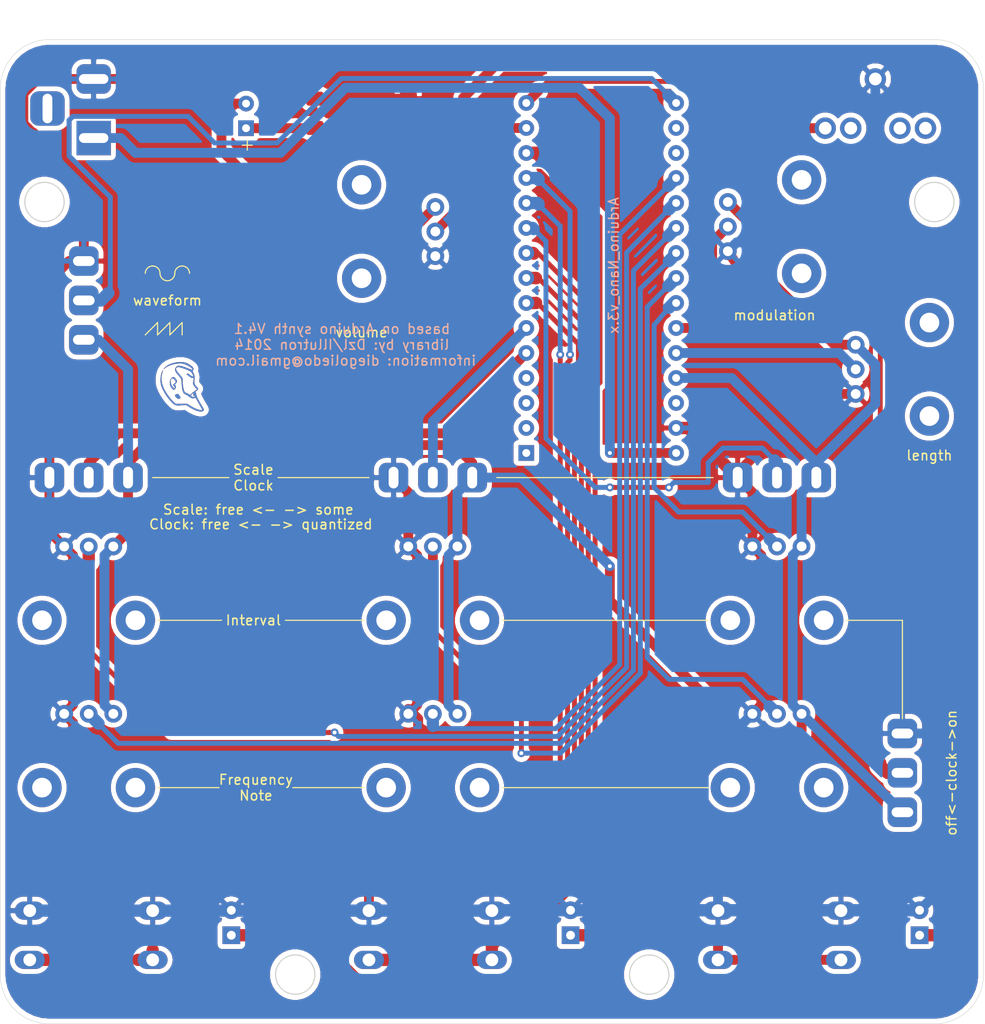
<source format=kicad_pcb>
(kicad_pcb (version 20171130) (host pcbnew 5.1.5-1.fc30)
  (layers (0 F.Cu signal) (31 B.Cu signal) (34 B.Paste user) (35 F.Paste user) (36 B.SilkS user) (37 F.SilkS user) (38 B.Mask user) (39 F.Mask user) (44 Edge.Cuts user))
  (net 0 "")
  (net 1 "Net-(A1-Pad17)")
  (net 2 "Net-(A1-Pad2)")
  (net 3 "Net-(A1-Pad18)")
  (net 4 "Net-(A1-Pad3)")
  (net 5 "Net-(A1-Pad19)")
  (net 6 "Net-(A1-Pad4)")
  (net 7 "Net-(A1-Pad20)")
  (net 8 scale1)
  (net 9 "Net-(A1-Pad21)")
  (net 10 scale2)
  (net 11 "Net-(A1-Pad22)")
  (net 12 "Net-(A1-Pad23)")
  (net 13 "Net-(A1-Pad24)")
  (net 14 "Net-(A1-Pad25)")
  (net 15 scale3)
  (net 16 "Net-(A1-Pad26)")
  (net 17 trigger1)
  (net 18 VCC)
  (net 19 trigger2)
  (net 20 "Net-(A1-Pad28)")
  (net 21 trigger3)
  (net 22 AudioOUT)
  (net 23 +12V)
  (net 24 clock)
  (net 25 "Net-(C1-Pad1)")
  (net 26 "Net-(C1-Pad2)")
  (net 27 GND)
  (net 28 "Net-(C2-Pad1)")
  (net 29 "Net-(J2-Pad3)")
  (net 30 "Net-(J1-PadRN)")
  (net 31 "Net-(J1-PadR)")
  (net 32 "Net-(D1-Pad1)")
  (net 33 "Net-(D2-Pad1)")
  (net 34 "Net-(D3-Pad1)")
  (net 35 "Net-(J1-PadTN)")
  (net 36 "Net-(A1-Pad1)")
  (net 37 waveform)
  (net 38 led1)
  (net 39 led2)
  (net 40 led3)
  (net 41 "Net-(J1-PadT)")
  (module lib:C_1206_3216Metric_Pad1.42x1.75mm_HandSolder (layer F.Cu) (at 41.5 7.4875 90)
    (fp_text reference C2)
    (fp_text value 473)
    (pad 2 smd roundrect (at 1.4875 0 90) (size 1.425 1.75) (layers F.Cu F.Paste F.Mask) (roundrect_rratio 0.175439) (net 27 GND))
    (pad 1 smd roundrect (at -1.4875 0 90) (size 1.425 1.75) (layers F.Cu F.Paste F.Mask) (roundrect_rratio 0.175439) (net 28 "Net-(C2-Pad1)"))
  )
  (module lib:C_1206_3216Metric_Pad1.42x1.75mm_HandSolder (layer F.Cu) (at 32 7.4875 90)
    (fp_text reference C3)
    (fp_text value 104)
    (pad 2 smd roundrect (at 1.4875 0 90) (size 1.425 1.75) (layers F.Cu F.Paste F.Mask) (roundrect_rratio 0.175439) (net 27 GND))
    (pad 1 smd roundrect (at -1.4875 0 90) (size 1.425 1.75) (layers F.Cu F.Paste F.Mask) (roundrect_rratio 0.175439) (net 25 "Net-(C1-Pad1)"))
  )
  (module lib:R_1206_3216Metric_Pad1.42x1.75mm_HandSolder (layer F.Cu) (at 28 89.4875 270)
    (fp_text reference R1)
    (fp_text value 1K)
    (pad 2 smd roundrect (at 1.4875 0 270) (size 1.425 1.75) (layers F.Cu F.Paste F.Mask) (roundrect_rratio 0.175439) (net 32 "Net-(D1-Pad1)"))
    (pad 1 smd roundrect (at -1.4875 0 270) (size 1.425 1.75) (layers F.Cu F.Paste F.Mask) (roundrect_rratio 0.175439) (net 38 led1))
  )
  (module lib:R_1206_3216Metric_Pad1.42x1.75mm_HandSolder (layer F.Cu) (at 62.499999 89.4875 270)
    (fp_text reference R2)
    (fp_text value 1K)
    (pad 2 smd roundrect (at 1.4875 0 270) (size 1.425 1.75) (layers F.Cu F.Paste F.Mask) (roundrect_rratio 0.175439) (net 33 "Net-(D2-Pad1)"))
    (pad 1 smd roundrect (at -1.4875 0 270) (size 1.425 1.75) (layers F.Cu F.Paste F.Mask) (roundrect_rratio 0.175439) (net 39 led2))
  )
  (module lib:R_1206_3216Metric_Pad1.42x1.75mm_HandSolder (layer F.Cu) (at 97.5 89.4875 270)
    (fp_text reference R3)
    (fp_text value 1K)
    (pad 2 smd roundrect (at 1.4875 0 270) (size 1.425 1.75) (layers F.Cu F.Paste F.Mask) (roundrect_rratio 0.175439) (net 34 "Net-(D3-Pad1)"))
    (pad 1 smd roundrect (at -1.4875 0 270) (size 1.425 1.75) (layers F.Cu F.Paste F.Mask) (roundrect_rratio 0.175439) (net 40 led3))
  )
  (module lib:R_1206_3216Metric_Pad1.42x1.75mm_HandSolder (layer F.Cu) (at 47 9 180)
    (fp_text reference R4)
    (fp_text value 470K)
    (pad 2 smd roundrect (at 1.4875 0 180) (size 1.425 1.75) (layers F.Cu F.Paste F.Mask) (roundrect_rratio 0.175439) (net 28 "Net-(C2-Pad1)"))
    (pad 1 smd roundrect (at -1.4875 0 180) (size 1.425 1.75) (layers F.Cu F.Paste F.Mask) (roundrect_rratio 0.175439) (net 22 AudioOUT))
  )
  (module lib:R_1206_3216Metric_Pad1.42x1.75mm_HandSolder (layer F.Cu) (at 36.5125 9 180)
    (fp_text reference R5)
    (fp_text value 1K)
    (pad 2 smd roundrect (at 1.4875 0 180) (size 1.425 1.75) (layers F.Cu F.Paste F.Mask) (roundrect_rratio 0.175439) (net 25 "Net-(C1-Pad1)"))
    (pad 1 smd roundrect (at -1.4875 0 180) (size 1.425 1.75) (layers F.Cu F.Paste F.Mask) (roundrect_rratio 0.175439) (net 28 "Net-(C2-Pad1)"))
  )
  (module lib:LED_D5.0mm (layer F.Cu) (at 23.5 91 90)
    (fp_text reference D1)
    (fp_text value LED)
    (pad 2 thru_hole circle (at 2.54 0 90) (size 1.8 1.8) (drill 0.9) (layers *.Cu *.Mask) (net 27 GND))
    (pad 1 thru_hole rect (at 0 0 90) (size 1.8 1.8) (drill 0.9) (layers *.Cu *.Mask) (net 32 "Net-(D1-Pad1)"))
  )
  (module lib:LED_D5.0mm (layer F.Cu) (at 58 91 90)
    (fp_text reference D2)
    (fp_text value LED)
    (pad 2 thru_hole circle (at 2.54 0 90) (size 1.8 1.8) (drill 0.9) (layers *.Cu *.Mask) (net 27 GND))
    (pad 1 thru_hole rect (at 0 0 90) (size 1.8 1.8) (drill 0.9) (layers *.Cu *.Mask) (net 33 "Net-(D2-Pad1)"))
  )
  (module lib:LED_D5.0mm (layer F.Cu) (at 93.5 91 90)
    (fp_text reference D3)
    (fp_text value LED)
    (pad 2 thru_hole circle (at 2.54 0 90) (size 1.8 1.8) (drill 0.9) (layers *.Cu *.Mask) (net 27 GND))
    (pad 1 thru_hole rect (at 0 0 90) (size 1.8 1.8) (drill 0.9) (layers *.Cu *.Mask) (net 34 "Net-(D3-Pad1)"))
  )
  (module lib:SW_PUSH-12mm (layer F.Cu) (at 15.5 93.5 180)
    (fp_text reference SW5)
    (fp_text value trigger1)
    (pad 2 thru_hole oval (at 0 5 180) (size 3.048 1.85) (drill 1.3) (layers *.Cu *.Mask) (net 27 GND))
    (pad 1 thru_hole oval (at 0 0 180) (size 3.048 1.85) (drill 1.3) (layers *.Cu *.Mask) (net 17 trigger1))
    (pad 2 thru_hole oval (at 12.5 5 180) (size 3.048 1.85) (drill 1.3) (layers *.Cu *.Mask) (net 27 GND))
    (pad 1 thru_hole oval (at 12.5 0 180) (size 3.048 1.85) (drill 1.3) (layers *.Cu *.Mask) (net 17 trigger1))
  )
  (module lib:SW_PUSH-12mm (layer F.Cu) (at 50 93.5 180)
    (fp_text reference SW6)
    (fp_text value trigger2)
    (pad 2 thru_hole oval (at 0 5 180) (size 3.048 1.85) (drill 1.3) (layers *.Cu *.Mask) (net 27 GND))
    (pad 1 thru_hole oval (at 0 0 180) (size 3.048 1.85) (drill 1.3) (layers *.Cu *.Mask) (net 19 trigger2))
    (pad 2 thru_hole oval (at 12.5 5 180) (size 3.048 1.85) (drill 1.3) (layers *.Cu *.Mask) (net 27 GND))
    (pad 1 thru_hole oval (at 12.5 0 180) (size 3.048 1.85) (drill 1.3) (layers *.Cu *.Mask) (net 19 trigger2))
  )
  (module lib:SW_PUSH-12mm (layer F.Cu) (at 85.5 93.5 180)
    (fp_text reference SW7)
    (fp_text value trigger3)
    (pad 2 thru_hole oval (at 0 5 180) (size 3.048 1.85) (drill 1.3) (layers *.Cu *.Mask) (net 27 GND))
    (pad 1 thru_hole oval (at 0 0 180) (size 3.048 1.85) (drill 1.3) (layers *.Cu *.Mask) (net 21 trigger3))
    (pad 2 thru_hole oval (at 12.5 5 180) (size 3.048 1.85) (drill 1.3) (layers *.Cu *.Mask) (net 27 GND))
    (pad 1 thru_hole oval (at 12.5 0 180) (size 3.048 1.85) (drill 1.3) (layers *.Cu *.Mask) (net 21 trigger3))
  )
  (module lib:Potentiometer_Alps_RK09L_Single_Vertical (layer F.Cu) (at 74 21.5)
    (fp_text reference RV7)
    (fp_text value modulation (at 4.75 6.5) (layer F.SilkS))
    (pad "" np_thru_hole circle (at 7.5 2.25) (size 4 4) (drill 2) (layers *.Cu *.Mask))
    (pad "" np_thru_hole circle (at 7.5 -7.25) (size 4 4) (drill 2) (layers *.Cu *.Mask))
    (pad 1 thru_hole circle (at 0 0) (size 1.8 1.8) (drill 1) (layers *.Cu *.Mask) (net 27 GND))
    (pad 2 thru_hole circle (at 0 -2.5) (size 1.8 1.8) (drill 1) (layers *.Cu *.Mask) (net 14 "Net-(A1-Pad25)"))
    (pad 3 thru_hole circle (at 0 -5) (size 1.8 1.8) (drill 1) (layers *.Cu *.Mask) (net 18 VCC))
  )
  (module lib:Potentiometer_Alps_RK09L_Single_Vertical (layer F.Cu) (at 76.5 51.5 270)
    (fp_text reference RV6)
    (fp_text value int3)
    (pad "" np_thru_hole circle (at 7.5 2.25 270) (size 4 4) (drill 2) (layers *.Cu *.Mask))
    (pad "" np_thru_hole circle (at 7.5 -7.25 270) (size 4 4) (drill 2) (layers *.Cu *.Mask))
    (pad 1 thru_hole circle (at 0 0 270) (size 1.8 1.8) (drill 1) (layers *.Cu *.Mask) (net 27 GND))
    (pad 2 thru_hole circle (at 0 -2.5 270) (size 1.8 1.8) (drill 1) (layers *.Cu *.Mask) (net 13 "Net-(A1-Pad24)"))
    (pad 3 thru_hole circle (at 0 -5 270) (size 1.8 1.8) (drill 1) (layers *.Cu *.Mask) (net 18 VCC))
  )
  (module lib:Potentiometer_Alps_RK09L_Single_Vertical (layer F.Cu) (at 76.5 68.5 270)
    (fp_text reference RV5)
    (fp_text value frec3)
    (pad "" np_thru_hole circle (at 7.5 2.25 270) (size 4 4) (drill 2) (layers *.Cu *.Mask))
    (pad "" np_thru_hole circle (at 7.5 -7.25 270) (size 4 4) (drill 2) (layers *.Cu *.Mask))
    (pad 1 thru_hole circle (at 0 0 270) (size 1.8 1.8) (drill 1) (layers *.Cu *.Mask) (net 27 GND))
    (pad 2 thru_hole circle (at 0 -2.5 270) (size 1.8 1.8) (drill 1) (layers *.Cu *.Mask) (net 12 "Net-(A1-Pad23)"))
    (pad 3 thru_hole circle (at 0 -5 270) (size 1.8 1.8) (drill 1) (layers *.Cu *.Mask) (net 18 VCC))
  )
  (module lib:Potentiometer_Alps_RK09L_Single_Vertical (layer F.Cu) (at 41.5 51.5 270)
    (fp_text reference RV4)
    (fp_text value int2)
    (pad "" np_thru_hole circle (at 7.5 2.25 270) (size 4 4) (drill 2) (layers *.Cu *.Mask))
    (pad "" np_thru_hole circle (at 7.5 -7.25 270) (size 4 4) (drill 2) (layers *.Cu *.Mask))
    (pad 1 thru_hole circle (at 0 0 270) (size 1.8 1.8) (drill 1) (layers *.Cu *.Mask) (net 27 GND))
    (pad 2 thru_hole circle (at 0 -2.5 270) (size 1.8 1.8) (drill 1) (layers *.Cu *.Mask) (net 11 "Net-(A1-Pad22)"))
    (pad 3 thru_hole circle (at 0 -5 270) (size 1.8 1.8) (drill 1) (layers *.Cu *.Mask) (net 18 VCC))
  )
  (module lib:Potentiometer_Alps_RK09L_Single_Vertical (layer F.Cu) (at 6.5 68.5 270)
    (fp_text reference RV3)
    (fp_text value freq2)
    (pad "" np_thru_hole circle (at 7.5 2.25 270) (size 4 4) (drill 2) (layers *.Cu *.Mask))
    (pad "" np_thru_hole circle (at 7.5 -7.25 270) (size 4 4) (drill 2) (layers *.Cu *.Mask))
    (pad 1 thru_hole circle (at 0 0 270) (size 1.8 1.8) (drill 1) (layers *.Cu *.Mask) (net 27 GND))
    (pad 2 thru_hole circle (at 0 -2.5 270) (size 1.8 1.8) (drill 1) (layers *.Cu *.Mask) (net 9 "Net-(A1-Pad21)"))
    (pad 3 thru_hole circle (at 0 -5 270) (size 1.8 1.8) (drill 1) (layers *.Cu *.Mask) (net 18 VCC))
  )
  (module lib:Potentiometer_Alps_RK09L_Single_Vertical (layer F.Cu) (at 6.5 51.5 270)
    (fp_text reference RV2)
    (fp_text value int1)
    (pad "" np_thru_hole circle (at 7.5 2.25 270) (size 4 4) (drill 2) (layers *.Cu *.Mask))
    (pad "" np_thru_hole circle (at 7.5 -7.25 270) (size 4 4) (drill 2) (layers *.Cu *.Mask))
    (pad 1 thru_hole circle (at 0 0 270) (size 1.8 1.8) (drill 1) (layers *.Cu *.Mask) (net 27 GND))
    (pad 2 thru_hole circle (at 0 -2.5 270) (size 1.8 1.8) (drill 1) (layers *.Cu *.Mask) (net 7 "Net-(A1-Pad20)"))
    (pad 3 thru_hole circle (at 0 -5 270) (size 1.8 1.8) (drill 1) (layers *.Cu *.Mask) (net 18 VCC))
  )
  (module lib:Potentiometer_Alps_RK09L_Single_Vertical (layer F.Cu) (at 41.5 68.5 270)
    (fp_text reference RV1)
    (fp_text value freq1)
    (pad "" np_thru_hole circle (at 7.5 2.25 270) (size 4 4) (drill 2) (layers *.Cu *.Mask))
    (pad "" np_thru_hole circle (at 7.5 -7.25 270) (size 4 4) (drill 2) (layers *.Cu *.Mask))
    (pad 1 thru_hole circle (at 0 0 270) (size 1.8 1.8) (drill 1) (layers *.Cu *.Mask) (net 27 GND))
    (pad 2 thru_hole circle (at 0 -2.5 270) (size 1.8 1.8) (drill 1) (layers *.Cu *.Mask) (net 5 "Net-(A1-Pad19)"))
    (pad 3 thru_hole circle (at 0 -5 270) (size 1.8 1.8) (drill 1) (layers *.Cu *.Mask) (net 18 VCC))
  )
  (module lib:Potentiometer_Alps_RK09L_Single_Vertical (layer F.Cu) (at 87 36)
    (fp_text reference RV8)
    (fp_text value length (at 7.5 6.25) (layer F.SilkS))
    (pad "" np_thru_hole circle (at 7.5 2.25) (size 4 4) (drill 2) (layers *.Cu *.Mask))
    (pad "" np_thru_hole circle (at 7.5 -7.25) (size 4 4) (drill 2) (layers *.Cu *.Mask))
    (pad 1 thru_hole circle (at 0 0) (size 1.8 1.8) (drill 1) (layers *.Cu *.Mask) (net 27 GND))
    (pad 2 thru_hole circle (at 0 -2.5) (size 1.8 1.8) (drill 1) (layers *.Cu *.Mask) (net 16 "Net-(A1-Pad26)"))
    (pad 3 thru_hole circle (at 0 -5) (size 1.8 1.8) (drill 1) (layers *.Cu *.Mask) (net 18 VCC))
  )
  (module lib:LOGO_DIE (layer F.Cu) (at 18.5 35.25)
    (fp_text reference G*** hide)
    (fp_text value LOGO hide)
    (fp_poly (pts (xy -0.819156 -0.947252) (xy -0.711593 -0.85725) (xy -0.587659 -0.704533) (xy -0.53521 -0.576759) (xy -0.553355 -0.454944) (xy -0.641201 -0.320102) (xy -0.684033 -0.270938) (xy -0.736591 -0.202163) (xy -0.730086 -0.157124) (xy -0.69991 -0.128171) (xy -0.644523 -0.032917) (xy -0.644107 0.092582) (xy -0.696803 0.215815) (xy -0.721316 0.246017) (xy -0.806615 0.320518) (xy -0.879013 0.327131) (xy -0.965658 0.265107) (xy -0.992997 0.238518) (xy -1.157435 0.023555) (xy -1.246849 -0.210356) (xy -1.259381 -0.450742) (xy -1.220298 -0.589108) (xy -1.177311 -0.589108) (xy -1.166883 -0.400401) (xy -1.097715 -0.191272) (xy -1.016955 -0.043822) (xy -0.924849 0.075783) (xy -0.83625 0.151566) (xy -0.764824 0.176485) (xy -0.724236 0.1435) (xy -0.719666 0.109364) (xy -0.751207 0.044158) (xy -0.827118 -0.028878) (xy -0.827791 -0.029369) (xy -0.903763 -0.117064) (xy -0.895995 -0.205854) (xy -0.805296 -0.292418) (xy -0.75687 -0.320153) (xy -0.660091 -0.399725) (xy -0.643108 -0.499039) (xy -0.706087 -0.620942) (xy -0.778933 -0.702734) (xy -0.902475 -0.807737) (xy -0.997901 -0.839959) (xy -1.077964 -0.800767) (xy -1.126269 -0.740005) (xy -1.177311 -0.589108) (xy -1.220298 -0.589108) (xy -1.193174 -0.685131) (xy -1.143932 -0.774879) (xy -1.033851 -0.914223) (xy -0.928127 -0.971198) (xy -0.819156 -0.947252)) (layer B.Cu) (width 0.01))
    (fp_poly (pts (xy 0.154308 -2.46863) (xy 0.427516 -2.397875) (xy 0.473743 -2.3788) (xy 0.693045 -2.26657) (xy 0.887098 -2.138829) (xy 1.03681 -2.009669) (xy 1.118253 -1.9031) (xy 1.158485 -1.808545) (xy 1.152394 -1.739871) (xy 1.117684 -1.67874) (xy 1.084927 -1.617863) (xy 1.079642 -1.556794) (xy 1.105272 -1.470272) (xy 1.164632 -1.334409) (xy 1.218789 -1.208348) (xy 1.24969 -1.103932) (xy 1.26125 -0.992184) (xy 1.257381 -0.844126) (xy 1.248406 -0.714149) (xy 1.236598 -0.504716) (xy 1.24398 -0.353745) (xy 1.278784 -0.235743) (xy 1.349242 -0.125217) (xy 1.463586 0.003327) (xy 1.488495 0.029339) (xy 1.583061 0.130508) (xy 1.626676 0.194735) (xy 1.62747 0.245724) (xy 1.593572 0.307181) (xy 1.587145 0.317017) (xy 1.499632 0.414036) (xy 1.411072 0.474522) (xy 1.340593 0.514121) (xy 1.340536 0.55452) (xy 1.376112 0.598017) (xy 1.420578 0.680973) (xy 1.420586 0.7379) (xy 1.41922 0.806107) (xy 1.43477 0.8255) (xy 1.458181 0.879934) (xy 1.453586 0.901027) (xy 1.466492 0.954167) (xy 1.51467 1.065311) (xy 1.590204 1.219639) (xy 1.685179 1.402329) (xy 1.791682 1.598562) (xy 1.901797 1.793517) (xy 2.007611 1.972372) (xy 2.101208 2.120307) (xy 2.118038 2.145279) (xy 2.19733 2.290158) (xy 2.206587 2.397293) (xy 2.145577 2.476859) (xy 2.109905 2.498842) (xy 1.97332 2.534019) (xy 1.786268 2.530139) (xy 1.572288 2.489273) (xy 1.413603 2.437658) (xy 1.124694 2.30754) (xy 0.82515 2.141655) (xy 0.560915 1.965538) (xy 0.551808 1.9587) (xy 0.485169 1.910702) (xy 0.425914 1.88168) (xy 0.353783 1.869547) (xy 0.248513 1.872219) (xy 0.089845 1.887608) (xy -0.019692 1.899854) (xy -0.283324 1.923845) (xy -0.484425 1.924302) (xy -0.643124 1.89601) (xy -0.779552 1.83375) (xy -0.913838 1.732306) (xy -1.008892 1.643489) (xy -1.294784 1.333391) (xy -1.560308 0.98793) (xy -1.793772 0.625823) (xy -1.983485 0.265784) (xy -2.117757 -0.07347) (xy -2.148908 -0.181553) (xy -2.192938 -0.465652) (xy -2.196175 -0.785629) (xy -2.160658 -1.104764) (xy -2.088426 -1.386336) (xy -2.08088 -1.406779) (xy -2.01949 -1.556314) (xy -1.975082 -1.642935) (xy -1.952328 -1.663429) (xy -1.955897 -1.614586) (xy -1.990461 -1.49319) (xy -2.000867 -1.46181) (xy -2.092423 -1.073103) (xy -2.104377 -0.680262) (xy -2.036152 -0.277621) (xy -1.88717 0.14048) (xy -1.823979 0.275166) (xy -1.668718 0.551768) (xy -1.468596 0.853584) (xy -1.244335 1.152283) (xy -1.016656 1.419533) (xy -0.895109 1.545166) (xy -0.677798 1.756833) (xy 0.52749 1.756833) (xy 0.801213 1.934513) (xy 0.976622 2.041741) (xy 1.165453 2.146994) (xy 1.314853 2.221764) (xy 1.467684 2.283259) (xy 1.636642 2.338433) (xy 1.800551 2.381989) (xy 1.93823 2.408633) (xy 2.028502 2.413069) (xy 2.049184 2.405363) (xy 2.038263 2.361825) (xy 1.991544 2.258897) (xy 1.915853 2.11034) (xy 1.81802 1.929918) (xy 1.777194 1.857166) (xy 1.664373 1.657602) (xy 1.561521 1.475088) (xy 1.478364 1.326928) (xy 1.42463 1.230422) (xy 1.416412 1.215436) (xy 1.367305 1.136956) (xy 1.321869 1.124161) (xy 1.246903 1.166334) (xy 1.111785 1.207384) (xy 0.949386 1.170441) (xy 0.758274 1.055087) (xy 0.695275 1.00525) (xy 0.579556 0.923269) (xy 0.900495 0.923269) (xy 0.922476 0.978143) (xy 0.955389 1.005579) (xy 1.033922 1.0365) (xy 1.138734 1.048611) (xy 1.24011 1.042786) (xy 1.308335 1.0199) (xy 1.320589 0.994833) (xy 1.277503 0.951999) (xy 1.235922 0.937807) (xy 1.134698 0.897505) (xy 1.110752 0.833996) (xy 1.137796 0.783937) (xy 1.172416 0.7202) (xy 1.168826 0.693611) (xy 1.105228 0.68129) (xy 1.022583 0.722638) (xy 0.948986 0.800998) (xy 0.930064 0.835176) (xy 0.900495 0.923269) (xy 0.579556 0.923269) (xy 0.556857 0.907188) (xy 0.406697 0.824644) (xy 0.357748 0.803968) (xy 0.208072 0.719775) (xy 0.114 0.592301) (xy 0.052504 0.418815) (xy 0.002583 0.185882) (xy -0.031713 -0.08161) (xy -0.046333 -0.358777) (xy -0.046577 -0.394367) (xy -0.04991 -0.547046) (xy -0.06565 -0.666433) (xy -0.102999 -0.772202) (xy -0.171158 -0.884028) (xy -0.279328 -1.021587) (xy -0.412407 -1.176662) (xy -0.582508 -1.389266) (xy -0.685197 -1.564645) (xy -0.722563 -1.713928) (xy -0.700532 -1.828321) (xy -0.629951 -1.828321) (xy -0.609154 -1.69865) (xy -0.520994 -1.538589) (xy -0.407923 -1.400514) (xy -0.277574 -1.252926) (xy -0.14268 -1.090047) (xy -0.077969 -1.007148) (xy 0.009404 -0.881029) (xy 0.050071 -0.784924) (xy 0.055335 -0.687172) (xy 0.05085 -0.646303) (xy 0.044678 -0.492564) (xy 0.056188 -0.29117) (xy 0.081692 -0.068562) (xy 0.117504 0.148818) (xy 0.159935 0.334528) (xy 0.205298 0.462127) (xy 0.205489 0.462502) (xy 0.29387 0.587252) (xy 0.418918 0.658799) (xy 0.453061 0.669922) (xy 0.572752 0.716937) (xy 0.660434 0.770882) (xy 0.672931 0.783361) (xy 0.762573 0.841671) (xy 0.862377 0.817983) (xy 0.963982 0.717538) (xy 1.055677 0.619974) (xy 1.152721 0.55333) (xy 1.162443 0.549253) (xy 1.239545 0.506982) (xy 1.265436 0.47185) (xy 1.300419 0.431067) (xy 1.38534 0.383998) (xy 1.392436 0.381) (xy 1.479564 0.337069) (xy 1.519208 0.301601) (xy 1.519436 0.299788) (xy 1.491518 0.256813) (xy 1.419548 0.176146) (xy 1.350763 0.106478) (xy 1.192494 -0.085623) (xy 1.118237 -0.271171) (xy 1.127664 -0.451047) (xy 1.134736 -0.473249) (xy 1.168564 -0.616184) (xy 1.18077 -0.747151) (xy 1.173771 -0.842297) (xy 1.1355 -0.8813) (xy 1.040038 -0.888992) (xy 1.032725 -0.889) (xy 0.90637 -0.911073) (xy 0.780101 -0.986701) (xy 0.720677 -1.037167) (xy 0.61884 -1.121453) (xy 0.537577 -1.175124) (xy 0.508889 -1.185334) (xy 0.4644 -1.209308) (xy 0.481498 -1.266885) (xy 0.524722 -1.312432) (xy 0.570895 -1.332931) (xy 0.629898 -1.312654) (xy 0.719778 -1.242911) (xy 0.777776 -1.190616) (xy 0.903478 -1.090874) (xy 1.015626 -1.030109) (xy 1.098754 -1.013921) (xy 1.137398 -1.04791) (xy 1.138436 -1.06002) (xy 1.11442 -1.145465) (xy 1.05389 -1.266517) (xy 0.974126 -1.393402) (xy 0.892407 -1.496343) (xy 0.875426 -1.513247) (xy 0.78642 -1.571866) (xy 0.63665 -1.64586) (xy 0.446735 -1.727265) (xy 0.237297 -1.808116) (xy 0.028957 -1.880449) (xy -0.157664 -1.936301) (xy -0.300897 -1.967557) (xy -0.47455 -1.969518) (xy -0.584659 -1.920859) (xy -0.629951 -1.828321) (xy -0.700532 -1.828321) (xy -0.696694 -1.848245) (xy -0.609679 -1.978722) (xy -0.570718 -2.020028) (xy -0.496376 -2.08337) (xy -0.419424 -2.110809) (xy -0.306558 -2.110877) (xy -0.240002 -2.104751) (xy -0.111639 -2.079859) (xy 0.069893 -2.029478) (xy 0.279785 -1.961096) (xy 0.479648 -1.887535) (xy 0.703191 -1.800827) (xy 0.859927 -1.742684) (xy 0.961601 -1.710087) (xy 1.019958 -1.700013) (xy 1.046745 -1.709442) (xy 1.053708 -1.73535) (xy 1.05377 -1.739849) (xy 1.016 -1.823498) (xy 0.913459 -1.923038) (xy 0.762299 -2.029461) (xy 0.578674 -2.133762) (xy 0.378734 -2.226936) (xy 0.178633 -2.299975) (xy -0.005477 -2.343874) (xy -0.037258 -2.34817) (xy -0.314372 -2.354904) (xy -0.622978 -2.320766) (xy -0.940294 -2.251944) (xy -1.243536 -2.154629) (xy -1.509921 -2.035008) (xy -1.716665 -1.89927) (xy -1.729157 -1.88859) (xy -1.834629 -1.797514) (xy -1.884027 -1.759989) (xy -1.884584 -1.773347) (xy -1.843532 -1.83492) (xy -1.832647 -1.8504) (xy -1.659605 -2.030808) (xy -1.421344 -2.187) (xy -1.134833 -2.315087) (xy -0.817042 -2.411181) (xy -0.484942 -2.471395) (xy -0.155502 -2.491841) (xy 0.154308 -2.46863)) (layer B.Cu) (width 0.01))
    (fp_poly (pts (xy 0.154308 -2.46863) (xy 0.427516 -2.397875) (xy 0.473743 -2.3788) (xy 0.693045 -2.26657) (xy 0.887098 -2.138829) (xy 1.03681 -2.009669) (xy 1.118253 -1.9031) (xy 1.158485 -1.808545) (xy 1.152394 -1.739871) (xy 1.117684 -1.67874) (xy 1.084927 -1.617863) (xy 1.079642 -1.556794) (xy 1.105272 -1.470272) (xy 1.164632 -1.334409) (xy 1.218789 -1.208348) (xy 1.24969 -1.103932) (xy 1.26125 -0.992184) (xy 1.257381 -0.844126) (xy 1.248406 -0.714149) (xy 1.236598 -0.504716) (xy 1.24398 -0.353745) (xy 1.278784 -0.235743) (xy 1.349242 -0.125217) (xy 1.463586 0.003327) (xy 1.488495 0.029339) (xy 1.583061 0.130508) (xy 1.626676 0.194735) (xy 1.62747 0.245724) (xy 1.593572 0.307181) (xy 1.587145 0.317017) (xy 1.499632 0.414036) (xy 1.411072 0.474522) (xy 1.340593 0.514121) (xy 1.340536 0.55452) (xy 1.376112 0.598017) (xy 1.420578 0.680973) (xy 1.420586 0.7379) (xy 1.41922 0.806107) (xy 1.43477 0.8255) (xy 1.458181 0.879934) (xy 1.453586 0.901027) (xy 1.466492 0.954167) (xy 1.51467 1.065311) (xy 1.590204 1.219639) (xy 1.685179 1.402329) (xy 1.791682 1.598562) (xy 1.901797 1.793517) (xy 2.007611 1.972372) (xy 2.101208 2.120307) (xy 2.118038 2.145279) (xy 2.19733 2.290158) (xy 2.206587 2.397293) (xy 2.145577 2.476859) (xy 2.109905 2.498842) (xy 1.97332 2.534019) (xy 1.786268 2.530139) (xy 1.572288 2.489273) (xy 1.413603 2.437658) (xy 1.124694 2.30754) (xy 0.82515 2.141655) (xy 0.560915 1.965538) (xy 0.551808 1.9587) (xy 0.485169 1.910702) (xy 0.425914 1.88168) (xy 0.353783 1.869547) (xy 0.248513 1.872219) (xy 0.089845 1.887608) (xy -0.019692 1.899854) (xy -0.283324 1.923845) (xy -0.484425 1.924302) (xy -0.643124 1.89601) (xy -0.779552 1.83375) (xy -0.913838 1.732306) (xy -1.008892 1.643489) (xy -1.294784 1.333391) (xy -1.560308 0.98793) (xy -1.793772 0.625823) (xy -1.983485 0.265784) (xy -2.117757 -0.07347) (xy -2.148908 -0.181553) (xy -2.192938 -0.465652) (xy -2.196175 -0.785629) (xy -2.160658 -1.104764) (xy -2.088426 -1.386336) (xy -2.08088 -1.406779) (xy -2.01949 -1.556314) (xy -1.975082 -1.642935) (xy -1.952328 -1.663429) (xy -1.955897 -1.614586) (xy -1.990461 -1.49319) (xy -2.000867 -1.46181) (xy -2.092423 -1.073103) (xy -2.104377 -0.680262) (xy -2.036152 -0.277621) (xy -1.88717 0.14048) (xy -1.823979 0.275166) (xy -1.668718 0.551768) (xy -1.468596 0.853584) (xy -1.244335 1.152283) (xy -1.016656 1.419533) (xy -0.895109 1.545166) (xy -0.677798 1.756833) (xy 0.52749 1.756833) (xy 0.801213 1.934513) (xy 0.976622 2.041741) (xy 1.165453 2.146994) (xy 1.314853 2.221764) (xy 1.467684 2.283259) (xy 1.636642 2.338433) (xy 1.800551 2.381989) (xy 1.93823 2.408633) (xy 2.028502 2.413069) (xy 2.049184 2.405363) (xy 2.038263 2.361825) (xy 1.991544 2.258897) (xy 1.915853 2.11034) (xy 1.81802 1.929918) (xy 1.777194 1.857166) (xy 1.664373 1.657602) (xy 1.561521 1.475088) (xy 1.478364 1.326928) (xy 1.42463 1.230422) (xy 1.416412 1.215436) (xy 1.367305 1.136956) (xy 1.321869 1.124161) (xy 1.246903 1.166334) (xy 1.111785 1.207384) (xy 0.949386 1.170441) (xy 0.758274 1.055087) (xy 0.695275 1.00525) (xy 0.579556 0.923269) (xy 0.900495 0.923269) (xy 0.922476 0.978143) (xy 0.955389 1.005579) (xy 1.033922 1.0365) (xy 1.138734 1.048611) (xy 1.24011 1.042786) (xy 1.308335 1.0199) (xy 1.320589 0.994833) (xy 1.277503 0.951999) (xy 1.235922 0.937807) (xy 1.134698 0.897505) (xy 1.110752 0.833996) (xy 1.137796 0.783937) (xy 1.172416 0.7202) (xy 1.168826 0.693611) (xy 1.105228 0.68129) (xy 1.022583 0.722638) (xy 0.948986 0.800998) (xy 0.930064 0.835176) (xy 0.900495 0.923269) (xy 0.579556 0.923269) (xy 0.556857 0.907188) (xy 0.406697 0.824644) (xy 0.357748 0.803968) (xy 0.208072 0.719775) (xy 0.114 0.592301) (xy 0.052504 0.418815) (xy 0.002583 0.185882) (xy -0.031713 -0.08161) (xy -0.046333 -0.358777) (xy -0.046577 -0.394367) (xy -0.04991 -0.547046) (xy -0.06565 -0.666433) (xy -0.102999 -0.772202) (xy -0.171158 -0.884028) (xy -0.279328 -1.021587) (xy -0.412407 -1.176662) (xy -0.582508 -1.389266) (xy -0.685197 -1.564645) (xy -0.722563 -1.713928) (xy -0.700532 -1.828321) (xy -0.629951 -1.828321) (xy -0.609154 -1.69865) (xy -0.520994 -1.538589) (xy -0.407923 -1.400514) (xy -0.277574 -1.252926) (xy -0.14268 -1.090047) (xy -0.077969 -1.007148) (xy 0.009404 -0.881029) (xy 0.050071 -0.784924) (xy 0.055335 -0.687172) (xy 0.05085 -0.646303) (xy 0.044678 -0.492564) (xy 0.056188 -0.29117) (xy 0.081692 -0.068562) (xy 0.117504 0.148818) (xy 0.159935 0.334528) (xy 0.205298 0.462127) (xy 0.205489 0.462502) (xy 0.29387 0.587252) (xy 0.418918 0.658799) (xy 0.453061 0.669922) (xy 0.572752 0.716937) (xy 0.660434 0.770882) (xy 0.672931 0.783361) (xy 0.762573 0.841671) (xy 0.862377 0.817983) (xy 0.963982 0.717538) (xy 1.055677 0.619974) (xy 1.152721 0.55333) (xy 1.162443 0.549253) (xy 1.239545 0.506982) (xy 1.265436 0.47185) (xy 1.300419 0.431067) (xy 1.38534 0.383998) (xy 1.392436 0.381) (xy 1.479564 0.337069) (xy 1.519208 0.301601) (xy 1.519436 0.299788) (xy 1.491518 0.256813) (xy 1.419548 0.176146) (xy 1.350763 0.106478) (xy 1.192494 -0.085623) (xy 1.118237 -0.271171) (xy 1.127664 -0.451047) (xy 1.134736 -0.473249) (xy 1.168564 -0.616184) (xy 1.18077 -0.747151) (xy 1.173771 -0.842297) (xy 1.1355 -0.8813) (xy 1.040038 -0.888992) (xy 1.032725 -0.889) (xy 0.90637 -0.911073) (xy 0.780101 -0.986701) (xy 0.720677 -1.037167) (xy 0.61884 -1.121453) (xy 0.537577 -1.175124) (xy 0.508889 -1.185334) (xy 0.4644 -1.209308) (xy 0.481498 -1.266885) (xy 0.524722 -1.312432) (xy 0.570895 -1.332931) (xy 0.629898 -1.312654) (xy 0.719778 -1.242911) (xy 0.777776 -1.190616) (xy 0.903478 -1.090874) (xy 1.015626 -1.030109) (xy 1.098754 -1.013921) (xy 1.137398 -1.04791) (xy 1.138436 -1.06002) (xy 1.11442 -1.145465) (xy 1.05389 -1.266517) (xy 0.974126 -1.393402) (xy 0.892407 -1.496343) (xy 0.875426 -1.513247) (xy 0.78642 -1.571866) (xy 0.63665 -1.64586) (xy 0.446735 -1.727265) (xy 0.237297 -1.808116) (xy 0.028957 -1.880449) (xy -0.157664 -1.936301) (xy -0.300897 -1.967557) (xy -0.47455 -1.969518) (xy -0.584659 -1.920859) (xy -0.629951 -1.828321) (xy -0.700532 -1.828321) (xy -0.696694 -1.848245) (xy -0.609679 -1.978722) (xy -0.570718 -2.020028) (xy -0.496376 -2.08337) (xy -0.419424 -2.110809) (xy -0.306558 -2.110877) (xy -0.240002 -2.104751) (xy -0.111639 -2.079859) (xy 0.069893 -2.029478) (xy 0.279785 -1.961096) (xy 0.479648 -1.887535) (xy 0.703191 -1.800827) (xy 0.859927 -1.742684) (xy 0.961601 -1.710087) (xy 1.019958 -1.700013) (xy 1.046745 -1.709442) (xy 1.053708 -1.73535) (xy 1.05377 -1.739849) (xy 1.016 -1.823498) (xy 0.913459 -1.923038) (xy 0.762299 -2.029461) (xy 0.578674 -2.133762) (xy 0.378734 -2.226936) (xy 0.178633 -2.299975) (xy -0.005477 -2.343874) (xy -0.037258 -2.34817) (xy -0.314372 -2.354904) (xy -0.622978 -2.320766) (xy -0.940294 -2.251944) (xy -1.243536 -2.154629) (xy -1.509921 -2.035008) (xy -1.716665 -1.89927) (xy -1.729157 -1.88859) (xy -1.834629 -1.797514) (xy -1.884027 -1.759989) (xy -1.884584 -1.773347) (xy -1.843532 -1.83492) (xy -1.832647 -1.8504) (xy -1.659605 -2.030808) (xy -1.421344 -2.187) (xy -1.134833 -2.315087) (xy -0.817042 -2.411181) (xy -0.484942 -2.471395) (xy -0.155502 -2.491841) (xy 0.154308 -2.46863)) (layer F.Cu) (width 0.01))
    (fp_poly (pts (xy -0.819156 -0.947252) (xy -0.711593 -0.85725) (xy -0.587659 -0.704533) (xy -0.53521 -0.576759) (xy -0.553355 -0.454944) (xy -0.641201 -0.320102) (xy -0.684033 -0.270938) (xy -0.736591 -0.202163) (xy -0.730086 -0.157124) (xy -0.69991 -0.128171) (xy -0.644523 -0.032917) (xy -0.644107 0.092582) (xy -0.696803 0.215815) (xy -0.721316 0.246017) (xy -0.806615 0.320518) (xy -0.879013 0.327131) (xy -0.965658 0.265107) (xy -0.992997 0.238518) (xy -1.157435 0.023555) (xy -1.246849 -0.210356) (xy -1.259381 -0.450742) (xy -1.220298 -0.589108) (xy -1.177311 -0.589108) (xy -1.166883 -0.400401) (xy -1.097715 -0.191272) (xy -1.016955 -0.043822) (xy -0.924849 0.075783) (xy -0.83625 0.151566) (xy -0.764824 0.176485) (xy -0.724236 0.1435) (xy -0.719666 0.109364) (xy -0.751207 0.044158) (xy -0.827118 -0.028878) (xy -0.827791 -0.029369) (xy -0.903763 -0.117064) (xy -0.895995 -0.205854) (xy -0.805296 -0.292418) (xy -0.75687 -0.320153) (xy -0.660091 -0.399725) (xy -0.643108 -0.499039) (xy -0.706087 -0.620942) (xy -0.778933 -0.702734) (xy -0.902475 -0.807737) (xy -0.997901 -0.839959) (xy -1.077964 -0.800767) (xy -1.126269 -0.740005) (xy -1.177311 -0.589108) (xy -1.220298 -0.589108) (xy -1.193174 -0.685131) (xy -1.143932 -0.774879) (xy -1.033851 -0.914223) (xy -0.928127 -0.971198) (xy -0.819156 -0.947252)) (layer F.Cu) (width 0.01))
  )
  (module Module:Arduino_Nano (layer B.Cu) (at 53.5 42)
    (fp_text reference A1)
    (fp_text value Arduino_Nano_v3.x (at 8.89 -19.05 270) (layer B.SilkS) (effects (justify mirror)))
    (pad 16 thru_hole oval (at 15.24 -35.56) (size 1.6 1.6) (drill 0.8) (layers *.Cu *.Mask) (net 37 waveform))
    (pad 15 thru_hole oval (at 0 -35.56) (size 1.6 1.6) (drill 0.8) (layers *.Cu *.Mask) (net 24 clock))
    (pad 30 thru_hole oval (at 15.24 0) (size 1.6 1.6) (drill 0.8) (layers *.Cu *.Mask) (net 23 +12V))
    (pad 14 thru_hole oval (at 0 -33.02) (size 1.6 1.6) (drill 0.8) (layers *.Cu *.Mask) (net 22 AudioOUT))
    (pad 29 thru_hole oval (at 15.24 -2.54) (size 1.6 1.6) (drill 0.8) (layers *.Cu *.Mask) (net 27 GND))
    (pad 13 thru_hole oval (at 0 -30.48) (size 1.6 1.6) (drill 0.8) (layers *.Cu *.Mask) (net 21 trigger3))
    (pad 28 thru_hole oval (at 15.24 -5.08) (size 1.6 1.6) (drill 0.8) (layers *.Cu *.Mask) (net 20 "Net-(A1-Pad28)"))
    (pad 12 thru_hole oval (at 0 -27.94) (size 1.6 1.6) (drill 0.8) (layers *.Cu *.Mask) (net 19 trigger2))
    (pad 27 thru_hole oval (at 15.24 -7.62) (size 1.6 1.6) (drill 0.8) (layers *.Cu *.Mask) (net 18 VCC))
    (pad 11 thru_hole oval (at 0 -25.4) (size 1.6 1.6) (drill 0.8) (layers *.Cu *.Mask) (net 17 trigger1))
    (pad 26 thru_hole oval (at 15.24 -10.16) (size 1.6 1.6) (drill 0.8) (layers *.Cu *.Mask) (net 16 "Net-(A1-Pad26)"))
    (pad 10 thru_hole oval (at 0 -22.86) (size 1.6 1.6) (drill 0.8) (layers *.Cu *.Mask) (net 15 scale3))
    (pad 25 thru_hole oval (at 15.24 -12.7) (size 1.6 1.6) (drill 0.8) (layers *.Cu *.Mask) (net 14 "Net-(A1-Pad25)"))
    (pad 9 thru_hole oval (at 0 -20.32) (size 1.6 1.6) (drill 0.8) (layers *.Cu *.Mask) (net 40 led3))
    (pad 24 thru_hole oval (at 15.24 -15.24) (size 1.6 1.6) (drill 0.8) (layers *.Cu *.Mask) (net 13 "Net-(A1-Pad24)"))
    (pad 8 thru_hole oval (at 0 -17.78) (size 1.6 1.6) (drill 0.8) (layers *.Cu *.Mask) (net 39 led2))
    (pad 23 thru_hole oval (at 15.24 -17.78) (size 1.6 1.6) (drill 0.8) (layers *.Cu *.Mask) (net 12 "Net-(A1-Pad23)"))
    (pad 7 thru_hole oval (at 0 -15.24) (size 1.6 1.6) (drill 0.8) (layers *.Cu *.Mask) (net 38 led1))
    (pad 22 thru_hole oval (at 15.24 -20.32) (size 1.6 1.6) (drill 0.8) (layers *.Cu *.Mask) (net 11 "Net-(A1-Pad22)"))
    (pad 6 thru_hole oval (at 0 -12.7) (size 1.6 1.6) (drill 0.8) (layers *.Cu *.Mask) (net 10 scale2))
    (pad 21 thru_hole oval (at 15.24 -22.86) (size 1.6 1.6) (drill 0.8) (layers *.Cu *.Mask) (net 9 "Net-(A1-Pad21)"))
    (pad 5 thru_hole oval (at 0 -10.16) (size 1.6 1.6) (drill 0.8) (layers *.Cu *.Mask) (net 8 scale1))
    (pad 20 thru_hole oval (at 15.24 -25.4) (size 1.6 1.6) (drill 0.8) (layers *.Cu *.Mask) (net 7 "Net-(A1-Pad20)"))
    (pad 4 thru_hole oval (at 0 -7.62) (size 1.6 1.6) (drill 0.8) (layers *.Cu *.Mask) (net 6 "Net-(A1-Pad4)"))
    (pad 19 thru_hole oval (at 15.24 -27.94) (size 1.6 1.6) (drill 0.8) (layers *.Cu *.Mask) (net 5 "Net-(A1-Pad19)"))
    (pad 3 thru_hole oval (at 0 -5.08) (size 1.6 1.6) (drill 0.8) (layers *.Cu *.Mask) (net 4 "Net-(A1-Pad3)"))
    (pad 18 thru_hole oval (at 15.24 -30.48) (size 1.6 1.6) (drill 0.8) (layers *.Cu *.Mask) (net 3 "Net-(A1-Pad18)"))
    (pad 2 thru_hole oval (at 0 -2.54) (size 1.6 1.6) (drill 0.8) (layers *.Cu *.Mask) (net 2 "Net-(A1-Pad2)"))
    (pad 17 thru_hole oval (at 15.24 -33.02) (size 1.6 1.6) (drill 0.8) (layers *.Cu *.Mask) (net 1 "Net-(A1-Pad17)"))
    (pad 1 thru_hole rect (at 0 0) (size 1.6 1.6) (drill 0.8) (layers *.Cu *.Mask) (net 36 "Net-(A1-Pad1)"))
  )
  (module Connector_BarrelJack:BarrelJack_Horizontal (layer F.Cu) (at 9.5 10 270)
    (fp_text reference J2)
    (fp_text value Barrel_Jack_Switch)
    (pad 3 thru_hole roundrect (at -3 4.7 270) (size 3.5 3.5) (drill oval 3 1) (layers *.Cu *.Mask) (net 29 "Net-(J2-Pad3)"))
    (pad 2 thru_hole roundrect (at -6 0 270) (size 3 3.5) (drill oval 1 3) (layers *.Cu *.Mask) (net 27 GND))
    (pad 1 thru_hole rect (at 0 0 270) (size 3.5 3.5) (drill oval 1 3) (layers *.Cu *.Mask) (net 23 +12V))
  )
  (module Capacitor_THT:CP_Radial_D10.0mm_P2.50mm (layer F.Cu) (at 25 9 90)
    (fp_text reference C1)
    (fp_text value 10µF)
    (pad 2 thru_hole circle (at 2.5 0 90) (size 1.6 1.6) (drill 0.8) (layers *.Cu *.Mask) (net 26 "Net-(C1-Pad2)"))
    (pad 1 thru_hole rect (at 0 0 90) (size 1.6 1.6) (drill 0.8) (layers *.Cu *.Mask) (net 25 "Net-(C1-Pad1)"))
  )
  (module lib:AUDIO-JACK (layer F.Cu) (at 89 4 270)
    (fp_text reference J1)
    (fp_text value AudioJack3_SwitchTR)
    (pad R thru_hole circle (at 4.99872 -5.09778 270) (size 2.18186 2.18186) (drill 1.29794) (layers *.Cu *.Mask) (net 31 "Net-(J1-PadR)"))
    (pad RN thru_hole circle (at 4.99872 -2.49936 270) (size 2.18186 2.18186) (drill 1.29794) (layers *.Cu *.Mask) (net 30 "Net-(J1-PadRN)"))
    (pad S thru_hole circle (at 0 0 270) (size 2.18186 2.18186) (drill 1.29794) (layers *.Cu *.Mask) (net 27 GND))
    (pad T thru_hole circle (at 4.99872 5.09778 270) (size 2.18186 2.18186) (drill 1.29794) (layers *.Cu *.Mask) (net 41 "Net-(J1-PadT)"))
    (pad TN thru_hole circle (at 4.99872 2.49936 270) (size 2.18186 2.18186) (drill 1.29794) (layers *.Cu *.Mask) (net 35 "Net-(J1-PadTN)"))
  )
  (module "lib:cola de rata" (layer F.Cu) (at 9 44.5 180)
    (fp_text reference SW1)
    (fp_text value SW_SPDT_MSM)
    (pad 2 thru_hole roundrect (at 0 0 180) (size 3 3) (drill oval 1 2.2) (layers *.Cu *.Mask) (net 8 scale1))
    (pad 1 thru_hole roundrect (at -4 0 180) (size 3 3) (drill oval 1 2.2) (layers *.Cu *.Mask) (net 18 VCC))
    (pad 3 thru_hole roundrect (at 4 0 180) (size 3 3) (drill oval 1 2.2) (layers *.Cu *.Mask) (net 27 GND))
  )
  (module "lib:cola de rata" (layer F.Cu) (at 44 44.5 180)
    (fp_text reference SW2)
    (fp_text value SW_SPDT_MSM)
    (pad 2 thru_hole roundrect (at 0 0 180) (size 3 3) (drill oval 1 2.2) (layers *.Cu *.Mask) (net 10 scale2))
    (pad 1 thru_hole roundrect (at -4 0 180) (size 3 3) (drill oval 1 2.2) (layers *.Cu *.Mask) (net 18 VCC))
    (pad 3 thru_hole roundrect (at 4 0 180) (size 3 3) (drill oval 1 2.2) (layers *.Cu *.Mask) (net 27 GND))
  )
  (module "lib:cola de rata" (layer F.Cu) (at 79 44.5 180)
    (fp_text reference SW3)
    (fp_text value SW_SPDT_MSM)
    (pad 2 thru_hole roundrect (at 0 0 180) (size 3 3) (drill oval 1 2.2) (layers *.Cu *.Mask) (net 15 scale3))
    (pad 1 thru_hole roundrect (at -4 0 180) (size 3 3) (drill oval 1 2.2) (layers *.Cu *.Mask) (net 18 VCC))
    (pad 3 thru_hole roundrect (at 4 0 180) (size 3 3) (drill oval 1 2.2) (layers *.Cu *.Mask) (net 27 GND))
  )
  (module "lib:cola de rata" (layer F.Cu) (at 91.75 74.5 90)
    (fp_text reference SW4)
    (fp_text value off<-clock->on (at 0 5 90) (layer F.SilkS))
    (pad 2 thru_hole roundrect (at 0 0 90) (size 3 3) (drill oval 1 2.2) (layers *.Cu *.Mask) (net 24 clock))
    (pad 1 thru_hole roundrect (at -4 0 90) (size 3 3) (drill oval 1 2.2) (layers *.Cu *.Mask) (net 18 VCC))
    (pad 3 thru_hole roundrect (at 4 0 90) (size 3 3) (drill oval 1 2.2) (layers *.Cu *.Mask) (net 27 GND))
  )
  (module "lib:cola de rata" (layer F.Cu) (at 8.5 26.5 90)
    (fp_text reference SW8)
    (fp_text value waveform (at 0 8.5 180) (layer F.SilkS))
    (pad 2 thru_hole roundrect (at 0 0 90) (size 3 3) (drill oval 1 2.2) (layers *.Cu *.Mask) (net 37 waveform))
    (pad 1 thru_hole roundrect (at -4 0 90) (size 3 3) (drill oval 1 2.2) (layers *.Cu *.Mask) (net 18 VCC))
    (pad 3 thru_hole roundrect (at 4 0 90) (size 3 3) (drill oval 1 2.2) (layers *.Cu *.Mask) (net 27 GND))
  )
  (module lib:Potentiometer_Alps_RK09L_Single_Vertical (layer F.Cu) (at 44.25 17 180)
    (fp_text reference volume1)
    (fp_text value volume (at 7.5 -12.75) (layer F.SilkS))
    (pad 3 thru_hole circle (at 0 -5 180) (size 1.8 1.8) (drill 1) (layers *.Cu *.Mask) (net 27 GND))
    (pad 2 thru_hole circle (at 0 -2.5 180) (size 1.8 1.8) (drill 1) (layers *.Cu *.Mask) (net 41 "Net-(J1-PadT)"))
    (pad 1 thru_hole circle (at 0 0 180) (size 1.8 1.8) (drill 1) (layers *.Cu *.Mask) (net 26 "Net-(C1-Pad2)"))
    (pad "" np_thru_hole circle (at 7.5 -7.25 180) (size 4 4) (drill 2) (layers *.Cu *.Mask))
    (pad "" np_thru_hole circle (at 7.5 2.25 180) (size 4 4) (drill 2) (layers *.Cu *.Mask))
  )
  (gr_text "based on Arduino synth V4.1\nlibrary by: Dzl/Illutron 2014\ninformation: diegoliedo@gmail.com " (at 34.75 31) (layer B.SilkS) (effects (font (size 1 1)) (justify mirror)))
  (gr_line (start 91.75 59) (end 86 59) (layer F.SilkS) (width 0.12))
  (gr_line (start 51 76) (end 72 76) (layer F.SilkS) (width 0.12))
  (gr_line (start 29.75 76) (end 37 76) (layer F.SilkS) (width 0.12))
  (gr_line (start 16 76) (end 22.25 76) (layer F.SilkS) (width 0.12))
  (gr_text "Frequency\nNote" (at 26 76) (layer F.SilkS) (effects (font (size 1 1))))
  (gr_text "Clock: free <- -> quantized" (at 26.5 49.25) (layer F.SilkS) (effects (font (size 1 1))))
  (gr_line (start 91.75 59) (end 91.75 69) (layer F.SilkS) (width 0.12))
  (gr_line (start 51 59) (end 72 59) (layer F.SilkS) (width 0.12))
  (gr_line (start 29 59) (end 37 59) (layer F.SilkS) (width 0.12))
  (gr_line (start 16 59) (end 22.5 59) (layer F.SilkS) (width 0.12))
  (gr_text Interval (at 25.75 59) (layer F.SilkS) (effects (font (size 1 1))))
  (gr_line (start 50.5 44.5) (end 72.5 44.5) (layer F.SilkS) (width 0.12))
  (gr_line (start 28.25 44.5) (end 37.5 44.5) (layer F.SilkS) (width 0.12))
  (gr_line (start 23.25 44.5) (end 15.5 44.5) (layer F.SilkS) (width 0.12))
  (gr_text "Scale\nClock" (at 25.75 44.5) (layer F.SilkS) (effects (font (size 1 1))))
  (gr_arc (start 18.5 23.75) (end 19.25 23.75) (angle -180) (layer F.SilkS) (width 0.12))
  (gr_arc (start 17 23.75) (end 16.25 23.75) (angle -180) (layer F.SilkS) (width 0.12))
  (gr_arc (start 15.5 23.75) (end 16.25 23.75) (angle -90) (layer F.SilkS) (width 0.12))
  (gr_arc (start 15.5 23.75) (end 15.5 23) (angle -90) (layer F.SilkS) (width 0.12))
  (gr_line (start 18.5 28.75) (end 18.5 30) (layer F.SilkS) (width 0.12))
  (gr_line (start 17.25 30) (end 18.5 28.75) (layer F.SilkS) (width 0.12))
  (gr_line (start 17.25 28.75) (end 17.25 30) (layer F.SilkS) (width 0.12))
  (gr_line (start 16 30) (end 17.25 28.75) (layer F.SilkS) (width 0.12))
  (gr_line (start 16 28.75) (end 16 30) (layer F.SilkS) (width 0.12))
  (gr_line (start 14.75 30) (end 16 28.75) (layer F.SilkS) (width 0.12))
  (gr_text "Scale: free <- -> some" (at 26.25 47.75) (layer F.SilkS) (effects (font (size 1 1))))
  (gr_circle (center 66 95) (end 68 95) (layer Edge.Cuts) (width 0.12))
  (gr_circle (center 30 95) (end 32 95) (layer Edge.Cuts) (width 0.12))
  (gr_circle (center 95 16.5) (end 97 16.5) (layer Edge.Cuts) (width 0.12))
  (gr_circle (center 4.5 16.5) (end 6.5 16.5) (layer Edge.Cuts) (width 0.12))
  (gr_line (start 5 0) (end 95 0) (layer Edge.Cuts) (width 0.05))
  (gr_line (start 0 5) (end 0 95) (layer Edge.Cuts) (width 0.05))
  (gr_line (start 100 95) (end 100 5) (layer Edge.Cuts) (width 0.05))
  (gr_line (start 5 100) (end 95 100) (layer Edge.Cuts) (width 0.05))
  (gr_arc (start 5 95) (end 0 95) (angle -90) (layer Edge.Cuts) (width 0.05))
  (gr_arc (start 95 95) (end 95 100) (angle -90) (layer Edge.Cuts) (width 0.05))
  (gr_arc (start 95 5) (end 100 5) (angle -90) (layer Edge.Cuts) (width 0.05))
  (gr_arc (start 5 5) (end 5 0) (angle -90) (layer Edge.Cuts) (width 0.05))
  (segment (start 44 70) (end 56.5 70) (width 0.5) (layer B.Cu) (net 5))
  (segment (start 56.5 70) (end 63 63.5) (width 0.5) (layer B.Cu) (net 5))
  (segment (start 63 63.5) (end 63 19.8) (width 0.5) (layer B.Cu) (net 5))
  (segment (start 44 68.5) (end 44 70) (width 0.5) (layer B.Cu) (net 5))
  (segment (start 63 19.8) (end 67.940001 14.859999) (width 0.5) (layer B.Cu) (net 5))
  (segment (start 68.74 14.06) (end 67.940001 14.859999) (width 1.25) (layer B.Cu) (net 5))
  (segment (start 44 68.5) (end 44 69.723941) (width 1.25) (layer B.Cu) (net 5))
  (via (at 34 70.398952) (size 0.8) (drill 0.4) (layers F.Cu B.Cu) (net 7))
  (segment (start 33.434315 70.398952) (end 34 70.398952) (width 0.5) (layer F.Cu) (net 7))
  (segment (start 17.398952 70.398952) (end 33.434315 70.398952) (width 0.5) (layer F.Cu) (net 7))
  (segment (start 9 62) (end 17.398952 70.398952) (width 0.5) (layer F.Cu) (net 7))
  (segment (start 63.700011 63.789954) (end 56.691014 70.798951) (width 0.5) (layer B.Cu) (net 7))
  (segment (start 34.399999 70.798951) (end 34 70.398952) (width 0.5) (layer B.Cu) (net 7))
  (segment (start 63.700011 21.639989) (end 63.700011 63.789954) (width 0.5) (layer B.Cu) (net 7))
  (segment (start 56.691014 70.798951) (end 34.399999 70.798951) (width 0.5) (layer B.Cu) (net 7))
  (segment (start 68.65 16.6) (end 68 17.25) (width 1.25) (layer B.Cu) (net 7))
  (segment (start 68.74 16.6) (end 68.65 16.6) (width 1.25) (layer B.Cu) (net 7))
  (segment (start 68 17.25) (end 63.700011 21.639989) (width 0.5) (layer B.Cu) (net 7))
  (segment (start 9 51.5) (end 9 53) (width 1.25) (layer F.Cu) (net 7))
  (segment (start 9 53) (end 9 62) (width 0.5) (layer F.Cu) (net 7))
  (segment (start 45.34 40) (end 53.34 32) (width 1) (layer F.Cu) (net 8))
  (segment (start 53.34 32) (end 53.5 31.84) (width 1) (layer F.Cu) (net 8))
  (segment (start 9 43) (end 12 40) (width 1) (layer F.Cu) (net 8))
  (segment (start 9 44.5) (end 9 43) (width 1) (layer F.Cu) (net 8))
  (segment (start 12 40) (end 14.5 40) (width 1) (layer F.Cu) (net 8))
  (segment (start 14.5 40) (end 45.34 40) (width 1) (layer F.Cu) (net 8))
  (segment (start 12 71.5) (end 56.97993 71.5) (width 0.5) (layer B.Cu) (net 9))
  (segment (start 56.97993 71.5) (end 64.400022 64.079908) (width 0.5) (layer B.Cu) (net 9))
  (segment (start 64.400022 23.479978) (end 67.940001 19.939999) (width 0.5) (layer B.Cu) (net 9))
  (segment (start 64.400022 64.079908) (end 64.400022 23.479978) (width 0.5) (layer B.Cu) (net 9))
  (segment (start 68.74 19.14) (end 67.940001 19.939999) (width 1.25) (layer B.Cu) (net 9))
  (segment (start 9 68.5) (end 10 69.5) (width 1.25) (layer B.Cu) (net 9))
  (segment (start 10 69.5) (end 12 71.5) (width 0.5) (layer B.Cu) (net 9))
  (segment (start 44 38.8) (end 53.5 29.3) (width 1) (layer B.Cu) (net 10))
  (segment (start 44 45) (end 44 38.8) (width 1) (layer B.Cu) (net 10))
  (segment (start 53.565685 72.5) (end 53 72.5) (width 0.5) (layer B.Cu) (net 11))
  (via (at 53 72.5) (size 0.8) (drill 0.4) (layers F.Cu B.Cu) (net 11))
  (segment (start 56.969895 72.5) (end 53.565685 72.5) (width 0.5) (layer B.Cu) (net 11))
  (segment (start 65.100033 25.319967) (end 65.100033 64.369862) (width 0.5) (layer B.Cu) (net 11))
  (segment (start 65.100033 64.369862) (end 56.969895 72.5) (width 0.5) (layer B.Cu) (net 11))
  (segment (start 53 69) (end 53 72.5) (width 0.5) (layer F.Cu) (net 11))
  (segment (start 44 60) (end 53 69) (width 0.5) (layer F.Cu) (net 11))
  (segment (start 68.74 21.76) (end 68 22.5) (width 1.25) (layer B.Cu) (net 11))
  (segment (start 68.74 21.68) (end 68.74 21.76) (width 1.25) (layer B.Cu) (net 11))
  (segment (start 68 22.5) (end 65.100033 25.319967) (width 0.5) (layer B.Cu) (net 11))
  (segment (start 44 51.5) (end 44 52.75) (width 1) (layer F.Cu) (net 11))
  (segment (start 44 52.75) (end 44 60) (width 0.5) (layer F.Cu) (net 11))
  (segment (start 75.5 65) (end 68 65) (width 0.5) (layer B.Cu) (net 12))
  (segment (start 65.800044 27.159956) (end 67.940001 25.019999) (width 0.5) (layer B.Cu) (net 12))
  (segment (start 68 65) (end 65.800044 62.800044) (width 0.5) (layer B.Cu) (net 12))
  (segment (start 65.800044 62.800044) (end 65.800044 27.159956) (width 0.5) (layer B.Cu) (net 12))
  (segment (start 68.74 24.22) (end 67.940001 25.019999) (width 1.25) (layer B.Cu) (net 12))
  (segment (start 79 68.5) (end 78.25 67.75) (width 1.25) (layer B.Cu) (net 12))
  (segment (start 78.25 67.75) (end 75.5 65) (width 0.5) (layer B.Cu) (net 12))
  (segment (start 69 48) (end 66.500054 45.500054) (width 0.5) (layer B.Cu) (net 13))
  (segment (start 75.5 48) (end 69 48) (width 0.5) (layer B.Cu) (net 13))
  (segment (start 66.500054 45.500054) (end 66.500054 28.999946) (width 0.5) (layer B.Cu) (net 13))
  (segment (start 68.74 26.76) (end 68.49 26.76) (width 1.25) (layer B.Cu) (net 13))
  (segment (start 68.49 26.76) (end 68 27.25) (width 1.25) (layer B.Cu) (net 13))
  (segment (start 66.500054 28.999946) (end 68 27.25) (width 0.5) (layer B.Cu) (net 13))
  (segment (start 79 51.5) (end 78.25 50.75) (width 1.25) (layer B.Cu) (net 13))
  (segment (start 78.25 50.75) (end 75.5 48) (width 0.5) (layer B.Cu) (net 13))
  (segment (start 72.399999 20.600001) (end 72.399999 27.399999) (width 1) (layer F.Cu) (net 14))
  (segment (start 74 19) (end 72.399999 20.600001) (width 1) (layer F.Cu) (net 14))
  (segment (start 70.499998 29.3) (end 68.74 29.3) (width 1) (layer F.Cu) (net 14))
  (segment (start 72.399999 27.399999) (end 70.499998 29.3) (width 1) (layer F.Cu) (net 14))
  (via (at 62 45.5) (size 0.8) (drill 0.4) (layers F.Cu B.Cu) (net 15))
  (segment (start 68 45.5) (end 62 45.5) (width 0.5) (layer F.Cu) (net 15))
  (via (at 68 45.5) (size 0.8) (drill 0.4) (layers F.Cu B.Cu) (net 15))
  (segment (start 73.5 41.5) (end 77.5 41.5) (width 0.5) (layer B.Cu) (net 15))
  (segment (start 72 43) (end 73.5 41.5) (width 0.5) (layer B.Cu) (net 15))
  (segment (start 72 43) (end 72 45) (width 0.5) (layer B.Cu) (net 15))
  (segment (start 68.5 45) (end 68 45.5) (width 0.5) (layer B.Cu) (net 15))
  (segment (start 72 45) (end 68.5 45) (width 0.5) (layer B.Cu) (net 15))
  (segment (start 79 43) (end 78.75 42.75) (width 1.25) (layer B.Cu) (net 15))
  (segment (start 79 44.5) (end 79 43) (width 1.25) (layer B.Cu) (net 15))
  (segment (start 77.5 41.5) (end 78.75 42.75) (width 0.5) (layer B.Cu) (net 15))
  (segment (start 54.14 19.14) (end 54.25 19.25) (width 1.25) (layer B.Cu) (net 15))
  (segment (start 53.5 19.14) (end 54.14 19.14) (width 1.25) (layer B.Cu) (net 15))
  (segment (start 55.5 20.5) (end 54.25 19.25) (width 0.5) (layer B.Cu) (net 15))
  (segment (start 55.5 40.5) (end 55.5 20.5) (width 0.5) (layer B.Cu) (net 15))
  (segment (start 62 45.5) (end 60.5 45.5) (width 0.5) (layer B.Cu) (net 15))
  (segment (start 60.5 45.5) (end 55.5 40.5) (width 0.5) (layer B.Cu) (net 15))
  (segment (start 85.34 31.84) (end 68.74 31.84) (width 1) (layer B.Cu) (net 16))
  (segment (start 87 33.5) (end 85.34 31.84) (width 1) (layer B.Cu) (net 16))
  (via (at 56.949966 32) (size 0.8) (drill 0.4) (layers F.Cu B.Cu) (net 17))
  (segment (start 56.949966 32.565685) (end 56.949966 32) (width 0.5) (layer F.Cu) (net 17))
  (segment (start 55.200041 84.5) (end 56.949966 82.750075) (width 0.5) (layer F.Cu) (net 17))
  (segment (start 56.949966 82.750075) (end 56.949966 32.565685) (width 0.5) (layer F.Cu) (net 17))
  (segment (start 15.5 91.575) (end 22.575 84.5) (width 0.5) (layer F.Cu) (net 17))
  (segment (start 30.5 84.5) (end 30.5 86.5) (width 0.5) (layer F.Cu) (net 17))
  (segment (start 22.575 84.5) (end 30.5 84.5) (width 0.5) (layer F.Cu) (net 17))
  (segment (start 30.5 86.5) (end 34.5 90.5) (width 0.5) (layer F.Cu) (net 17))
  (segment (start 34.5 90.5) (end 40 90.5) (width 0.5) (layer F.Cu) (net 17))
  (segment (start 40 90.5) (end 43 87.5) (width 0.5) (layer F.Cu) (net 17))
  (segment (start 43 87.5) (end 43 84.5) (width 0.5) (layer F.Cu) (net 17))
  (segment (start 43 84.5) (end 55.200041 84.5) (width 0.5) (layer F.Cu) (net 17))
  (segment (start 54.75 16.71863) (end 54.75 16.75) (width 1.25) (layer B.Cu) (net 17))
  (segment (start 54.63137 16.6) (end 54.75 16.71863) (width 1.25) (layer B.Cu) (net 17))
  (segment (start 53.5 16.6) (end 54.63137 16.6) (width 1.25) (layer B.Cu) (net 17))
  (segment (start 56.949966 31.434315) (end 56.949966 32) (width 0.5) (layer B.Cu) (net 17))
  (segment (start 54.75 16.75) (end 56.949966 18.949966) (width 0.5) (layer B.Cu) (net 17))
  (segment (start 56.949966 18.949966) (end 56.949966 31.434315) (width 0.5) (layer B.Cu) (net 17))
  (segment (start 15.5 93.5) (end 15.5 92.5) (width 1.25) (layer F.Cu) (net 17))
  (segment (start 15.5 92.5) (end 15.5 91.575) (width 0.5) (layer F.Cu) (net 17))
  (segment (start 15.5 93.5) (end 14 93.5) (width 1.25) (layer F.Cu) (net 17))
  (segment (start 3 93.5) (end 4.75 93.5) (width 1.25) (layer F.Cu) (net 17))
  (segment (start 14 93.5) (end 4.75 93.5) (width 0.5) (layer F.Cu) (net 17))
  (segment (start 10.600001 67.600001) (end 11.5 68.5) (width 1) (layer B.Cu) (net 18))
  (segment (start 10.600001 52.399999) (end 10.600001 67.600001) (width 1) (layer B.Cu) (net 18))
  (segment (start 11.5 51.5) (end 10.600001 52.399999) (width 1) (layer B.Cu) (net 18))
  (segment (start 45.600001 67.600001) (end 46.5 68.5) (width 1) (layer B.Cu) (net 18))
  (segment (start 45.600001 52.399999) (end 45.600001 67.600001) (width 1) (layer B.Cu) (net 18))
  (segment (start 46.5 51.5) (end 45.600001 52.399999) (width 1) (layer B.Cu) (net 18))
  (segment (start 80.600001 67.600001) (end 81.5 68.5) (width 1) (layer B.Cu) (net 18))
  (segment (start 80.600001 52.399999) (end 80.600001 67.600001) (width 1) (layer B.Cu) (net 18))
  (segment (start 81.5 51.5) (end 80.600001 52.399999) (width 1) (layer B.Cu) (net 18))
  (segment (start 46.5 46) (end 48 44.5) (width 1) (layer B.Cu) (net 18))
  (segment (start 46.5 51.5) (end 46.5 46) (width 1) (layer B.Cu) (net 18))
  (segment (start 81.5 46) (end 83 44.5) (width 1) (layer B.Cu) (net 18))
  (segment (start 81.5 51.5) (end 81.5 46) (width 1) (layer B.Cu) (net 18))
  (segment (start 83 43) (end 83 44.5) (width 1) (layer B.Cu) (net 18))
  (segment (start 74.38 34.38) (end 83 43) (width 1) (layer B.Cu) (net 18))
  (segment (start 68.74 34.38) (end 74.38 34.38) (width 1) (layer B.Cu) (net 18))
  (segment (start 87 31) (end 84.83875 31) (width 1) (layer F.Cu) (net 18))
  (segment (start 76.190033 22.351283) (end 76 22.108462) (width 1) (layer F.Cu) (net 18))
  (segment (start 84.83875 31) (end 76.190033 22.351283) (width 1) (layer F.Cu) (net 18))
  (segment (start 76 18.5) (end 74 16.5) (width 1) (layer F.Cu) (net 18))
  (segment (start 76 22.108462) (end 76 18.5) (width 1) (layer F.Cu) (net 18))
  (segment (start 83 43) (end 89 37) (width 1) (layer B.Cu) (net 18))
  (segment (start 89 33) (end 87 31) (width 1) (layer B.Cu) (net 18))
  (segment (start 89 37) (end 89 33) (width 1) (layer B.Cu) (net 18))
  (segment (start 48 44.5) (end 53 44.5) (width 1) (layer B.Cu) (net 18))
  (segment (start 53 44.5) (end 62 53.5) (width 1) (layer B.Cu) (net 18))
  (via (at 62 53.5) (size 0.8) (drill 0.4) (layers F.Cu B.Cu) (net 18))
  (segment (start 62 53.5) (end 62 57) (width 1) (layer F.Cu) (net 18))
  (segment (start 62 57) (end 77.5 72.5) (width 1) (layer F.Cu) (net 18))
  (segment (start 77.5 72.5) (end 79.5 72.5) (width 1) (layer F.Cu) (net 18))
  (segment (start 81.5 70.5) (end 81.5 68.5) (width 1) (layer F.Cu) (net 18))
  (segment (start 79.5 72.5) (end 81.5 70.5) (width 1) (layer F.Cu) (net 18))
  (segment (start 13 50) (end 13 44.5) (width 1) (layer F.Cu) (net 18))
  (segment (start 11.5 51.5) (end 13 50) (width 1) (layer F.Cu) (net 18))
  (segment (start 10 30.5) (end 13 33.5) (width 1) (layer B.Cu) (net 18))
  (segment (start 8.5 30.5) (end 10 30.5) (width 1) (layer B.Cu) (net 18))
  (segment (start 13 33.5) (end 13 44.5) (width 1) (layer B.Cu) (net 18))
  (segment (start 48 43) (end 46.200011 41.200011) (width 1) (layer F.Cu) (net 18))
  (segment (start 14.799989 41.200011) (end 13 43) (width 1) (layer F.Cu) (net 18))
  (segment (start 13 43) (end 13 44.5) (width 1) (layer F.Cu) (net 18))
  (segment (start 46.200011 41.200011) (end 14.799989 41.200011) (width 1) (layer F.Cu) (net 18))
  (segment (start 48 44.5) (end 48 43) (width 1) (layer F.Cu) (net 18))
  (segment (start 91.75 78.5) (end 81.5 68.5) (width 1) (layer B.Cu) (net 18))
  (segment (start 92 79.5) (end 91.75 78.5) (width 1) (layer B.Cu) (net 18))
  (via (at 57.949979 32) (size 0.8) (drill 0.4) (layers F.Cu B.Cu) (net 19))
  (segment (start 57.949979 32.565685) (end 57.949979 32) (width 0.5) (layer F.Cu) (net 19))
  (segment (start 57.699959 84.375041) (end 57.699959 32.815705) (width 0.5) (layer F.Cu) (net 19))
  (segment (start 57.699959 32.815705) (end 57.949979 32.565685) (width 0.5) (layer F.Cu) (net 19))
  (segment (start 54.75 14.17863) (end 54.75 14.25) (width 1.25) (layer B.Cu) (net 19))
  (segment (start 53.5 14.06) (end 54.63137 14.06) (width 1.25) (layer B.Cu) (net 19))
  (segment (start 54.63137 14.06) (end 54.75 14.17863) (width 1.25) (layer B.Cu) (net 19))
  (segment (start 54.75 14.25) (end 57.949979 17.449979) (width 0.5) (layer B.Cu) (net 19))
  (segment (start 57.949979 31.434315) (end 57.949979 32) (width 0.5) (layer B.Cu) (net 19))
  (segment (start 57.949979 17.449979) (end 57.949979 31.434315) (width 0.5) (layer B.Cu) (net 19))
  (segment (start 37.5 93.5) (end 39.5 93.5) (width 1.25) (layer F.Cu) (net 19))
  (segment (start 47.476 93.5) (end 39.5 93.5) (width 0.5) (layer F.Cu) (net 19))
  (segment (start 50 93.5) (end 48 93.5) (width 1.25) (layer F.Cu) (net 19))
  (segment (start 48 93.5) (end 47.476 93.5) (width 0.5) (layer F.Cu) (net 19))
  (segment (start 50 92) (end 50.25 91.75) (width 1.25) (layer F.Cu) (net 19))
  (segment (start 50 93.5) (end 50 92) (width 1.25) (layer F.Cu) (net 19))
  (segment (start 50.25 91.75) (end 57.699959 84.375041) (width 0.5) (layer F.Cu) (net 19))
  (segment (start 53.5 11.52) (end 53.5 11.5) (width 1.25) (layer F.Cu) (net 21))
  (segment (start 54.5 11.5) (end 55 12) (width 1.25) (layer F.Cu) (net 21))
  (segment (start 53.5 11.5) (end 54.5 11.5) (width 1.25) (layer F.Cu) (net 21))
  (segment (start 55.73 12.77) (end 55 12) (width 0.5) (layer F.Cu) (net 21))
  (segment (start 73 91.575) (end 60.5 79.075) (width 0.5) (layer F.Cu) (net 21))
  (segment (start 61 34.830144) (end 61 18.04) (width 0.5) (layer F.Cu) (net 21))
  (segment (start 60.5 35.330144) (end 61 34.830144) (width 0.5) (layer F.Cu) (net 21))
  (segment (start 60.5 79.075) (end 60.5 35.330144) (width 0.5) (layer F.Cu) (net 21))
  (segment (start 61 18.04) (end 55.73 12.77) (width 0.5) (layer F.Cu) (net 21))
  (segment (start 73 93.5) (end 73 92) (width 1) (layer F.Cu) (net 21))
  (segment (start 73 92) (end 73 91.575) (width 0.5) (layer F.Cu) (net 21))
  (segment (start 73 93.5) (end 74.75 93.5) (width 1) (layer F.Cu) (net 21))
  (segment (start 85.5 93.5) (end 84 93.5) (width 1) (layer F.Cu) (net 21))
  (segment (start 83.25 93.5) (end 74.75 93.5) (width 0.5) (layer F.Cu) (net 21))
  (segment (start 83.25 93.5) (end 85.5 93.5) (width 1) (layer F.Cu) (net 21))
  (segment (start 84 93.5) (end 83.25 93.5) (width 0.5) (layer F.Cu) (net 21))
  (segment (start 48.5075 8.98) (end 48.4875 9) (width 1) (layer F.Cu) (net 22))
  (segment (start 53.5 8.98) (end 48.5075 8.98) (width 1) (layer F.Cu) (net 22))
  (via (at 62 42) (size 0.8) (drill 0.4) (layers F.Cu B.Cu) (net 23))
  (segment (start 62 42) (end 68.74 42) (width 1) (layer F.Cu) (net 23))
  (segment (start 62 41.434315) (end 62 42) (width 1) (layer B.Cu) (net 23))
  (segment (start 58.900022 4.900022) (end 62 8) (width 1) (layer B.Cu) (net 23))
  (segment (start 12.25 10) (end 13.75 11.5) (width 1) (layer B.Cu) (net 23))
  (segment (start 9.5 10) (end 12.25 10) (width 1) (layer B.Cu) (net 23))
  (segment (start 13.75 11.5) (end 28.5 11.5) (width 1) (layer B.Cu) (net 23))
  (segment (start 62 8) (end 62 41.434315) (width 1) (layer B.Cu) (net 23))
  (segment (start 35.09998 4.900022) (end 58.900022 4.900022) (width 1) (layer B.Cu) (net 23))
  (segment (start 28.5 11.5) (end 35.09998 4.900022) (width 1) (layer B.Cu) (net 23))
  (segment (start 89.5 73.75) (end 89.5 73.5) (width 1.25) (layer F.Cu) (net 24))
  (segment (start 90.25 74.5) (end 89.5 73.75) (width 1.25) (layer F.Cu) (net 24))
  (segment (start 91.75 74.5) (end 90.25 74.5) (width 1.25) (layer F.Cu) (net 24))
  (segment (start 54.299999 5.640001) (end 54.72 5.22) (width 1) (layer F.Cu) (net 24))
  (segment (start 53.5 6.44) (end 54.299999 5.640001) (width 1) (layer F.Cu) (net 24))
  (segment (start 89.5 12) (end 89.5 12.5) (width 0.5) (layer F.Cu) (net 24))
  (segment (start 54.72 5.22) (end 55.69 4.25) (width 0.5) (layer F.Cu) (net 24))
  (segment (start 70 4.25) (end 76.75 11) (width 0.5) (layer F.Cu) (net 24))
  (segment (start 76.75 11) (end 88.5 11) (width 0.5) (layer F.Cu) (net 24))
  (segment (start 88.5 11) (end 89.5 12) (width 0.5) (layer F.Cu) (net 24))
  (segment (start 89.5 12.5) (end 89.5 73.5) (width 0.5) (layer F.Cu) (net 24))
  (segment (start 55.69 4.25) (end 70 4.25) (width 0.5) (layer F.Cu) (net 24))
  (segment (start 30.024999 9) (end 29.999999 8.975) (width 1) (layer F.Cu) (net 25))
  (segment (start 34.525 9) (end 30.024999 9) (width 1) (layer F.Cu) (net 25))
  (segment (start 29.974999 9) (end 29.999999 8.975) (width 1) (layer F.Cu) (net 25))
  (segment (start 25 9) (end 29.974999 9) (width 1) (layer F.Cu) (net 25))
  (segment (start 23.86863 6.5) (end 22.5 7.86863) (width 1) (layer F.Cu) (net 26))
  (segment (start 25 6.5) (end 23.86863 6.5) (width 1) (layer F.Cu) (net 26))
  (segment (start 22.5 7.86863) (end 22.5 11.25) (width 1) (layer F.Cu) (net 26))
  (segment (start 22.5 11.25) (end 25.5 14.25) (width 1) (layer F.Cu) (net 26))
  (segment (start 25.5 14.25) (end 29 14.25) (width 1) (layer F.Cu) (net 26))
  (segment (start 29 14.25) (end 33.25 18.5) (width 1) (layer F.Cu) (net 26))
  (segment (start 42.75 18.5) (end 44.25 17) (width 1) (layer F.Cu) (net 26))
  (segment (start 33.25 18.5) (end 42.75 18.5) (width 1) (layer F.Cu) (net 26))
  (segment (start 9.5 4) (end 3.8226 4) (width 1) (layer F.Cu) (net 27))
  (segment (start 2.34999 5.47261) (end 2.34999 8.52739) (width 1) (layer F.Cu) (net 27))
  (segment (start 3.8226 4) (end 2.34999 5.47261) (width 1) (layer F.Cu) (net 27))
  (segment (start 50.04 88.46) (end 50 88.5) (width 1.25) (layer B.Cu) (net 27))
  (segment (start 93.5 88.46) (end 50.04 88.46) (width 1.25) (layer B.Cu) (net 27))
  (segment (start 50 88.5) (end 3 88.5) (width 1.25) (layer B.Cu) (net 27))
  (segment (start 3.27261 9.45001) (end 2.34999 8.52739) (width 1) (layer F.Cu) (net 27))
  (segment (start 3.367884 9.45001) (end 3.27261 9.45001) (width 1) (layer F.Cu) (net 27))
  (segment (start 8.5 14.582126) (end 3.367884 9.45001) (width 1) (layer F.Cu) (net 27))
  (segment (start 8.5 22.5) (end 8.5 14.582126) (width 1) (layer F.Cu) (net 27))
  (segment (start 5 24.5) (end 5 43) (width 1) (layer F.Cu) (net 27))
  (segment (start 7 22.5) (end 5 24.5) (width 1) (layer F.Cu) (net 27))
  (segment (start 5 43) (end 5 44.5) (width 1) (layer F.Cu) (net 27))
  (segment (start 8.5 22.5) (end 7 22.5) (width 1) (layer F.Cu) (net 27))
  (segment (start 5 50) (end 6.5 51.5) (width 1) (layer F.Cu) (net 27))
  (segment (start 5 44.5) (end 5 50) (width 1) (layer F.Cu) (net 27))
  (segment (start 7.399999 52.399999) (end 7.399999 67.600001) (width 1) (layer F.Cu) (net 27))
  (segment (start 7.399999 67.600001) (end 6.5 68.5) (width 1) (layer F.Cu) (net 27))
  (segment (start 6.5 51.5) (end 7.399999 52.399999) (width 1) (layer F.Cu) (net 27))
  (segment (start 5.524 88.5) (end 3 88.5) (width 1) (layer F.Cu) (net 27))
  (segment (start 7.399999 86.624001) (end 5.524 88.5) (width 1) (layer F.Cu) (net 27))
  (segment (start 7.399999 69.399999) (end 7.399999 86.624001) (width 1) (layer F.Cu) (net 27))
  (segment (start 6.5 68.5) (end 7.399999 69.399999) (width 1) (layer F.Cu) (net 27))
  (segment (start 77.399999 67.600001) (end 76.5 68.5) (width 1) (layer F.Cu) (net 27))
  (segment (start 77.399999 52.399999) (end 77.399999 67.600001) (width 1) (layer F.Cu) (net 27))
  (segment (start 76.5 51.5) (end 77.399999 52.399999) (width 1) (layer F.Cu) (net 27))
  (segment (start 42.399999 67.600001) (end 41.5 68.5) (width 1) (layer F.Cu) (net 27))
  (segment (start 42.399999 52.399999) (end 42.399999 67.600001) (width 1) (layer F.Cu) (net 27))
  (segment (start 41.5 51.5) (end 42.399999 52.399999) (width 1) (layer F.Cu) (net 27))
  (segment (start 41.5 46) (end 40 44.5) (width 1) (layer F.Cu) (net 27))
  (segment (start 41.5 51.5) (end 41.5 46) (width 1) (layer F.Cu) (net 27))
  (segment (start 76.5 46) (end 75 44.5) (width 1) (layer F.Cu) (net 27))
  (segment (start 76.5 51.5) (end 76.5 46) (width 1) (layer F.Cu) (net 27))
  (segment (start 98 83.96) (end 93.5 88.46) (width 1) (layer B.Cu) (net 27))
  (segment (start 98 74.5) (end 98 83.96) (width 1) (layer B.Cu) (net 27))
  (segment (start 75.600001 69.399999) (end 76.5 68.5) (width 1) (layer B.Cu) (net 27))
  (segment (start 73 86.575) (end 71.549999 85.124999) (width 1) (layer B.Cu) (net 27))
  (segment (start 71.549999 73.450001) (end 75.600001 69.399999) (width 1) (layer B.Cu) (net 27))
  (segment (start 71.549999 85.124999) (end 71.549999 73.450001) (width 1) (layer B.Cu) (net 27))
  (segment (start 73 88.5) (end 73 86.575) (width 1) (layer B.Cu) (net 27))
  (segment (start 75 44.5) (end 75 44) (width 1) (layer F.Cu) (net 27))
  (segment (start 83 36) (end 87 36) (width 1) (layer F.Cu) (net 27))
  (segment (start 75 44) (end 83 36) (width 1) (layer F.Cu) (net 27))
  (segment (start 75 23) (end 74 21.5) (width 1) (layer F.Cu) (net 27))
  (segment (start 82.5 30.738095) (end 75 23) (width 1) (layer F.Cu) (net 27))
  (segment (start 82.5 35.5) (end 83 36) (width 1) (layer F.Cu) (net 27))
  (segment (start 82.5 30.738095) (end 82.5 35.5) (width 1) (layer F.Cu) (net 27))
  (segment (start 74.899999 20.600001) (end 84.899999 20.600001) (width 1) (layer B.Cu) (net 27))
  (segment (start 74 21.5) (end 74.899999 20.600001) (width 1) (layer B.Cu) (net 27))
  (segment (start 89 16.5) (end 89 4) (width 1) (layer B.Cu) (net 27))
  (segment (start 84.899999 20.600001) (end 89 16.5) (width 1) (layer B.Cu) (net 27))
  (segment (start 37.5 86.575) (end 42.5 81.575) (width 1) (layer F.Cu) (net 27))
  (segment (start 37.5 88.5) (end 37.5 86.575) (width 1) (layer F.Cu) (net 27))
  (segment (start 42.5 69) (end 41.5 68) (width 1) (layer F.Cu) (net 27))
  (segment (start 42.5 81.575) (end 42.5 69) (width 1) (layer F.Cu) (net 27))
  (segment (start 9.5 4) (end 29.999999 4) (width 1) (layer F.Cu) (net 27))
  (segment (start 29.999999 4) (end 30 4) (width 1) (layer F.Cu) (net 27))
  (segment (start 30 4) (end 32 6) (width 1) (layer F.Cu) (net 27))
  (segment (start 32 6) (end 41.5 6) (width 1) (layer F.Cu) (net 27))
  (segment (start 95.5 72) (end 98 74.5) (width 1) (layer B.Cu) (net 27))
  (segment (start 94 70.5) (end 91.75 70.5) (width 1) (layer B.Cu) (net 27))
  (segment (start 95.5 72) (end 94 70.5) (width 1) (layer B.Cu) (net 27))
  (segment (start 69.96 39.46) (end 75 44.5) (width 1.25) (layer F.Cu) (net 27))
  (segment (start 68.74 39.46) (end 69.96 39.46) (width 1.25) (layer F.Cu) (net 27))
  (segment (start 41.525 9) (end 41.5 8.975) (width 1) (layer F.Cu) (net 28))
  (segment (start 45.5125 9) (end 41.525 9) (width 1) (layer F.Cu) (net 28))
  (segment (start 37.525 8.975) (end 37.5 9) (width 1) (layer F.Cu) (net 28))
  (segment (start 41.5 8.975) (end 37.525 8.975) (width 1) (layer F.Cu) (net 28))
  (segment (start 27.975 91) (end 28 90.975) (width 1.25) (layer F.Cu) (net 32))
  (segment (start 23.5 91) (end 27.975 91) (width 1.25) (layer F.Cu) (net 32))
  (segment (start 62.474999 91) (end 62.499999 90.975) (width 1.25) (layer F.Cu) (net 33))
  (segment (start 58 91) (end 62.474999 91) (width 1.25) (layer F.Cu) (net 33))
  (segment (start 97.4875 91) (end 97.5 90.9875) (width 1.25) (layer F.Cu) (net 34))
  (segment (start 93.5 91) (end 97.4875 91) (width 1.25) (layer F.Cu) (net 34))
  (segment (start 7.389999 7.799999) (end 19.094998 7.799999) (width 0.5) (layer B.Cu) (net 37))
  (segment (start 19.094998 7.799999) (end 21.794999 10.5) (width 0.5) (layer B.Cu) (net 37))
  (segment (start 28.156484 10.5) (end 34.706473 3.950011) (width 0.5) (layer B.Cu) (net 37))
  (segment (start 11.189998 16) (end 7 11.810002) (width 0.5) (layer B.Cu) (net 37))
  (segment (start 7 11.810002) (end 7 8.189998) (width 0.5) (layer B.Cu) (net 37))
  (segment (start 34.706473 3.950011) (end 66.250011 3.950011) (width 0.5) (layer B.Cu) (net 37))
  (segment (start 7 8.189998) (end 7.389999 7.799999) (width 0.5) (layer B.Cu) (net 37))
  (segment (start 11.189998 25.310002) (end 11.189998 16) (width 0.5) (layer B.Cu) (net 37))
  (segment (start 66.250011 3.950011) (end 67.940001 5.640001) (width 0.5) (layer B.Cu) (net 37))
  (segment (start 21.794999 10.5) (end 28.156484 10.5) (width 0.5) (layer B.Cu) (net 37))
  (segment (start 10.25 26.5) (end 11 25.75) (width 1.25) (layer B.Cu) (net 37))
  (segment (start 8.5 26.5) (end 10.25 26.5) (width 1.25) (layer B.Cu) (net 37))
  (segment (start 11 25.75) (end 11.189998 25.310002) (width 0.5) (layer B.Cu) (net 37))
  (segment (start 68.74 6.44) (end 67.940001 5.640001) (width 1.25) (layer B.Cu) (net 37))
  (segment (start 54.49 26.76) (end 54.5 26.75) (width 1.25) (layer F.Cu) (net 38))
  (segment (start 53.5 26.76) (end 54.49 26.76) (width 1.25) (layer F.Cu) (net 38))
  (segment (start 28 88) (end 29.25 88) (width 1.25) (layer F.Cu) (net 38))
  (segment (start 29.25 88) (end 30 88.75) (width 1.25) (layer F.Cu) (net 38))
  (segment (start 58.799989 30.928619) (end 54.63137 26.76) (width 0.5) (layer F.Cu) (net 38))
  (segment (start 58.799989 34.060261) (end 58.799989 30.928619) (width 0.5) (layer F.Cu) (net 38))
  (segment (start 58.399969 34.460281) (end 58.799989 34.060261) (width 0.5) (layer F.Cu) (net 38))
  (segment (start 37.25 96) (end 50.573887 96) (width 0.5) (layer F.Cu) (net 38))
  (segment (start 54.63137 26.76) (end 54.5 26.75) (width 0.5) (layer F.Cu) (net 38))
  (segment (start 58.399968 86.089996) (end 58.399969 34.460281) (width 0.5) (layer F.Cu) (net 38))
  (segment (start 29.25 88) (end 37.25 96) (width 0.5) (layer F.Cu) (net 38))
  (segment (start 50.573887 96) (end 55.073887 91.5) (width 0.5) (layer F.Cu) (net 38))
  (segment (start 55.073887 91.5) (end 55.073887 89.416077) (width 0.5) (layer F.Cu) (net 38))
  (segment (start 55.073887 89.416077) (end 58.399968 86.089996) (width 0.5) (layer F.Cu) (net 38))
  (segment (start 54.770623 24.22) (end 54.63137 24.22) (width 0.5) (layer F.Cu) (net 39))
  (segment (start 54.770623 24.280658) (end 54.770623 24.22) (width 0.5) (layer F.Cu) (net 39))
  (segment (start 59.5 29.010035) (end 54.770623 24.280658) (width 0.5) (layer F.Cu) (net 39))
  (segment (start 59.099978 85.474979) (end 59.099979 34.750235) (width 0.5) (layer F.Cu) (net 39))
  (segment (start 59.099979 34.750235) (end 59.5 34.350214) (width 0.5) (layer F.Cu) (net 39))
  (segment (start 59.5 34.350214) (end 59.5 29.010035) (width 0.5) (layer F.Cu) (net 39))
  (segment (start 54.47 24.22) (end 54.5 24.25) (width 1.25) (layer F.Cu) (net 39))
  (segment (start 53.5 24.22) (end 54.47 24.22) (width 1.25) (layer F.Cu) (net 39))
  (segment (start 54.770623 24.22) (end 54.5 24.25) (width 0.5) (layer F.Cu) (net 39))
  (segment (start 61.624999 88) (end 61.374999 87.75) (width 1.25) (layer F.Cu) (net 39))
  (segment (start 61.374999 87.75) (end 61.25 87.75) (width 1.25) (layer F.Cu) (net 39))
  (segment (start 62.499999 88) (end 61.624999 88) (width 1.25) (layer F.Cu) (net 39))
  (segment (start 61.25 87.75) (end 59.099978 85.474979) (width 0.5) (layer F.Cu) (net 39))
  (segment (start 96.625 88.0125) (end 97.5 88.0125) (width 0.5) (layer F.Cu) (net 40))
  (segment (start 54.18 21.68) (end 54.25 21.75) (width 1.25) (layer F.Cu) (net 40))
  (segment (start 53.5 21.68) (end 54.18 21.68) (width 1.25) (layer F.Cu) (net 40))
  (segment (start 96.25 87.625) (end 96.25 87.5) (width 1.25) (layer F.Cu) (net 40))
  (segment (start 96.625 88) (end 96.25 87.625) (width 1.25) (layer F.Cu) (net 40))
  (segment (start 97.5 88) (end 96.625 88) (width 1.25) (layer F.Cu) (net 40))
  (segment (start 96.25 87.5) (end 96.625 88.0125) (width 0.5) (layer F.Cu) (net 40))
  (segment (start 92.671999 86.734999) (end 95.347499 86.734999) (width 0.5) (layer F.Cu) (net 40))
  (segment (start 59.799989 35.04019) (end 59.799989 84.799989) (width 0.5) (layer F.Cu) (net 40))
  (segment (start 60.299989 34.540191) (end 59.799989 35.04019) (width 0.5) (layer F.Cu) (net 40))
  (segment (start 60.299989 27.299989) (end 60.299989 34.540191) (width 0.5) (layer F.Cu) (net 40))
  (segment (start 54.25 21.75) (end 54.68 21.68) (width 0.5) (layer F.Cu) (net 40))
  (segment (start 90.75 95.75) (end 91.5 94.75) (width 0.5) (layer F.Cu) (net 40))
  (segment (start 54.68 21.68) (end 60.299989 27.299989) (width 0.5) (layer F.Cu) (net 40))
  (segment (start 95.347499 86.734999) (end 96.25 87.5) (width 0.5) (layer F.Cu) (net 40))
  (segment (start 91.5 94.75) (end 91.5 87.906998) (width 0.5) (layer F.Cu) (net 40))
  (segment (start 60 85) (end 64 85) (width 0.5) (layer F.Cu) (net 40))
  (segment (start 64 85) (end 70 91) (width 0.5) (layer F.Cu) (net 40))
  (segment (start 91.5 87.906998) (end 92.671999 86.734999) (width 0.5) (layer F.Cu) (net 40))
  (segment (start 59.799989 84.799989) (end 60 85) (width 0.5) (layer F.Cu) (net 40))
  (segment (start 70 91) (end 70 95.75) (width 0.5) (layer F.Cu) (net 40))
  (segment (start 70 95.75) (end 90.75 95.75) (width 0.5) (layer F.Cu) (net 40))
  (segment (start 47.07499 16.67501) (end 47.07499 5.92501) (width 1) (layer F.Cu) (net 41))
  (segment (start 44.25 19.5) (end 47.07499 16.67501) (width 1) (layer F.Cu) (net 41))
  (segment (start 47.07499 5.92501) (end 50.75 2.25) (width 1) (layer F.Cu) (net 41))
  (segment (start 50.75 2.25) (end 75.5 2.25) (width 1) (layer F.Cu) (net 41))
  (segment (start 82.24872 8.99872) (end 83.90222 8.99872) (width 1) (layer F.Cu) (net 41))
  (segment (start 75.5 2.25) (end 82.24872 8.99872) (width 1) (layer F.Cu) (net 41))
  (zone (net 27) (net_name GND) (layer B.Cu) (connect_pads (clearance 0.508)) (min_thickness 0.254) (fill yes (arc_segments 32) (thermal_gap 0.508) (thermal_bridge_width 0.508))
    (polygon (pts (xy 100 100) (xy 0 100) (xy 0 0) (xy 100 0)))
  )
  (zone (net 27) (net_name GND) (layer F.Cu) (connect_pads (clearance 0.508)) (min_thickness 0.254) (fill yes (arc_segments 32) (thermal_gap 0.508) (thermal_bridge_width 0.508))
    (polygon (pts (xy 100 100) (xy 0 100) (xy 0 0) (xy 100 0)))
  )
  (zone (net 0) (net_name "") (layer F.Cu) (connect_pads (clearance 0.508)) (min_thickness 0.254) (fill yes (arc_segments 32) (thermal_gap 0.508) (thermal_bridge_width 0.508))
    (polygon (pts (xy 100 100) (xy 0 100) (xy 0 0) (xy 100 0)))
  )
  (zone (net 0) (net_name "") (layer B.Cu) (connect_pads (clearance 0.508)) (min_thickness 0.254) (fill yes (arc_segments 32) (thermal_gap 0.508) (thermal_bridge_width 0.508))
    (polygon (pts (xy 100 100) (xy 0 100) (xy 0 0) (xy 100 0)))
  )
)
</source>
